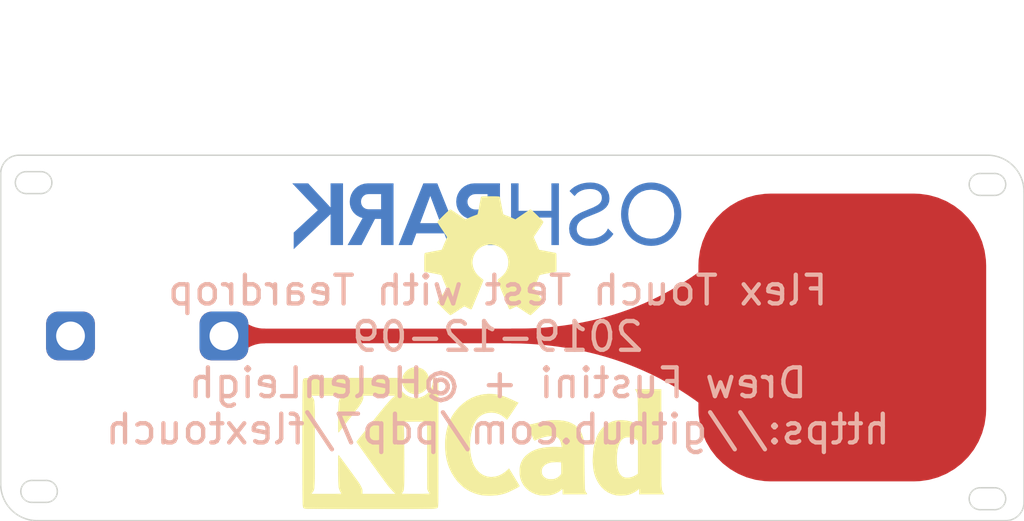
<source format=kicad_pcb>
(kicad_pcb (version 20171130) (host pcbnew 5.1.4-e60b266~84~ubuntu19.04.1)

  (general
    (thickness 1.6)
    (drawings 33)
    (tracks 2)
    (zones 0)
    (modules 7)
    (nets 3)
  )

  (page A4)
  (layers
    (0 F.Cu signal)
    (31 B.Cu signal)
    (32 B.Adhes user)
    (33 F.Adhes user)
    (34 B.Paste user)
    (35 F.Paste user)
    (36 B.SilkS user)
    (37 F.SilkS user)
    (38 B.Mask user)
    (39 F.Mask user)
    (40 Dwgs.User user)
    (41 Cmts.User user)
    (42 Eco1.User user)
    (43 Eco2.User user)
    (44 Edge.Cuts user)
    (45 Margin user)
    (46 B.CrtYd user hide)
    (47 F.CrtYd user hide)
    (48 B.Fab user hide)
    (49 F.Fab user hide)
  )

  (setup
    (last_trace_width 0.25)
    (trace_clearance 0.2)
    (zone_clearance 0.508)
    (zone_45_only no)
    (trace_min 0.2)
    (via_size 0.8)
    (via_drill 0.4)
    (via_min_size 0.4)
    (via_min_drill 0.3)
    (uvia_size 0.3)
    (uvia_drill 0.1)
    (uvias_allowed no)
    (uvia_min_size 0.2)
    (uvia_min_drill 0.1)
    (edge_width 0.05)
    (segment_width 0.2)
    (pcb_text_width 0.3)
    (pcb_text_size 1.5 1.5)
    (mod_edge_width 0.12)
    (mod_text_size 1 1)
    (mod_text_width 0.15)
    (pad_size 1.7 1.7)
    (pad_drill 1)
    (pad_to_mask_clearance 0.051)
    (solder_mask_min_width 0.25)
    (aux_axis_origin 0 0)
    (visible_elements FFFFFF7F)
    (pcbplotparams
      (layerselection 0x010fc_ffffffff)
      (usegerberextensions false)
      (usegerberattributes false)
      (usegerberadvancedattributes false)
      (creategerberjobfile false)
      (excludeedgelayer true)
      (linewidth 0.100000)
      (plotframeref false)
      (viasonmask false)
      (mode 1)
      (useauxorigin false)
      (hpglpennumber 1)
      (hpglpenspeed 20)
      (hpglpendiameter 15.000000)
      (psnegative false)
      (psa4output false)
      (plotreference true)
      (plotvalue true)
      (plotinvisibletext false)
      (padsonsilk false)
      (subtractmaskfromsilk false)
      (outputformat 1)
      (mirror false)
      (drillshape 1)
      (scaleselection 1)
      (outputdirectory ""))
  )

  (net 0 "")
  (net 1 "Net-(J1-Pad1)")
  (net 2 "Net-(J2-Pad1)")

  (net_class Default "This is the default net class."
    (clearance 0.2)
    (trace_width 0.25)
    (via_dia 0.8)
    (via_drill 0.4)
    (uvia_dia 0.3)
    (uvia_drill 0.1)
    (add_net "Net-(J1-Pad1)")
    (add_net "Net-(J2-Pad1)")
  )

  (module afterdark:osh-park-text-mask (layer B.Cu) (tedit 5DEE5F80) (tstamp 5DEEBB60)
    (at 122.301 44.3865 180)
    (descr "Imported from OSHPARK.svg")
    (tags svg2mod)
    (attr smd)
    (fp_text reference OSH_small (at 0 11.457835 180) (layer B.Mask) hide
      (effects (font (size 1.524 1.524) (thickness 0.3048)) (justify mirror))
    )
    (fp_text value G*** (at 0 -11.457835 180) (layer B.Mask) hide
      (effects (font (size 1.524 1.524) (thickness 0.3048)) (justify mirror))
    )
    (fp_poly (pts (xy -5.71389 -8.295375) (xy -5.71389 -8.046425) (xy -5.88469 -8.029425) (xy -6.03947 -7.980425)
      (xy -6.17614 -7.902625) (xy -6.29262 -7.799265) (xy -6.38682 -7.673515) (xy -6.45672 -7.528545)
      (xy -6.50022 -7.367545) (xy -6.51512 -7.193705) (xy -6.50022 -7.019865) (xy -6.45672 -6.858865)
      (xy -6.38682 -6.713895) (xy -6.29262 -6.588145) (xy -6.17614 -6.484785) (xy -6.03947 -6.406985)
      (xy -5.88469 -6.357985) (xy -5.71389 -6.340985) (xy -5.54238 -6.357985) (xy -5.38754 -6.406985)
      (xy -5.25128 -6.484785) (xy -5.13551 -6.588145) (xy -5.04211 -6.713895) (xy -4.97301 -6.858865)
      (xy -4.93021 -7.019865) (xy -4.91551 -7.193705) (xy -4.93021 -7.367545) (xy -4.97301 -7.528545)
      (xy -5.04211 -7.673515) (xy -5.13551 -7.799265) (xy -5.25128 -7.902625) (xy -5.38754 -7.980425)
      (xy -5.54238 -8.029425) (xy -5.71389 -8.046425) (xy -5.71389 -8.295375) (xy -5.60215 -8.289375)
      (xy -5.49471 -8.272675) (xy -5.39197 -8.245575) (xy -5.29437 -8.208575) (xy -5.20217 -8.162275)
      (xy -5.11587 -8.107175) (xy -5.03597 -8.043775) (xy -4.96277 -7.972775) (xy -4.89667 -7.894575)
      (xy -4.83807 -7.809775) (xy -4.78737 -7.718975) (xy -4.74497 -7.622675) (xy -4.71127 -7.521405)
      (xy -4.68667 -7.415745) (xy -4.67167 -7.306225) (xy -4.66667 -7.193415) (xy -4.67167 -7.080595)
      (xy -4.68667 -6.971085) (xy -4.71127 -6.865415) (xy -4.74497 -6.764145) (xy -4.78737 -6.667845)
      (xy -4.83807 -6.577045) (xy -4.89667 -6.492245) (xy -4.96277 -6.414045) (xy -5.03597 -6.342945)
      (xy -5.11587 -6.279545) (xy -5.20217 -6.224445) (xy -5.29437 -6.178145) (xy -5.39197 -6.141145)
      (xy -5.49471 -6.114045) (xy -5.60215 -6.097345) (xy -5.71389 -6.091345) (xy -5.82609 -6.097345)
      (xy -5.93388 -6.114045) (xy -6.03687 -6.141145) (xy -6.13467 -6.178145) (xy -6.22687 -6.224445)
      (xy -6.31307 -6.279545) (xy -6.39297 -6.342945) (xy -6.46607 -6.414045) (xy -6.53207 -6.492245)
      (xy -6.59047 -6.577045) (xy -6.64097 -6.667845) (xy -6.68317 -6.764145) (xy -6.71667 -6.865415)
      (xy -6.74107 -6.971085) (xy -6.75597 -7.080595) (xy -6.76097 -7.193415) (xy -6.75597 -7.306225)
      (xy -6.74107 -7.415745) (xy -6.71667 -7.521405) (xy -6.68317 -7.622675) (xy -6.64097 -7.718975)
      (xy -6.59047 -7.809775) (xy -6.53207 -7.894575) (xy -6.46607 -7.972775) (xy -6.39297 -8.043775)
      (xy -6.31307 -8.107175) (xy -6.22687 -8.162275) (xy -6.13467 -8.208575) (xy -6.03687 -8.245575)
      (xy -5.93388 -8.272675) (xy -5.82609 -8.289375) (xy -5.71389 -8.295375)) (layer F.Mask) (width 0))
    (fp_poly (pts (xy -3.5907 -8.295375) (xy -3.44187 -8.286375) (xy -3.30406 -8.258975) (xy -3.18001 -8.212975)
      (xy -3.07241 -8.147975) (xy -2.98401 -8.063675) (xy -2.91751 -7.959725) (xy -2.87561 -7.835805)
      (xy -2.86101 -7.691555) (xy -2.87691 -7.552235) (xy -2.92141 -7.434915) (xy -2.98981 -7.336615)
      (xy -3.07751 -7.254415) (xy -3.17982 -7.185415) (xy -3.29208 -7.126615) (xy -3.52784 -7.027715)
      (xy -3.70664 -6.955515) (xy -3.85727 -6.872815) (xy -3.91627 -6.823915) (xy -3.96127 -6.768115)
      (xy -3.98997 -6.703915) (xy -4.00007 -6.629915) (xy -3.99207 -6.554915) (xy -3.96807 -6.490615)
      (xy -3.93017 -6.436915) (xy -3.88027 -6.393515) (xy -3.82017 -6.360115) (xy -3.75177 -6.336615)
      (xy -3.67677 -6.322615) (xy -3.59697 -6.317615) (xy -3.50107 -6.322615) (xy -3.41297 -6.336315)
      (xy -3.33277 -6.358215) (xy -3.26037 -6.387715) (xy -3.19597 -6.424015) (xy -3.13947 -6.466415)
      (xy -3.05047 -6.566885) (xy -2.87592 -6.389475) (xy -2.93462 -6.327375) (xy -3.00322 -6.270575)
      (xy -3.08132 -6.219875) (xy -3.16862 -6.176275) (xy -3.26472 -6.140775) (xy -3.36936 -6.114275)
      (xy -3.48217 -6.097675) (xy -3.60284 -6.091675) (xy -3.73476 -6.100675) (xy -3.85823 -6.127675)
      (xy -3.97043 -6.172275) (xy -4.06853 -6.234275) (xy -4.14973 -6.313275) (xy -4.21123 -6.408975)
      (xy -4.25023 -6.521165) (xy -4.26383 -6.649475) (xy -4.24983 -6.769025) (xy -4.21043 -6.869725)
      (xy -4.14943 -6.954225) (xy -4.07063 -7.025125) (xy -3.97793 -7.085025) (xy -3.87509 -7.136525)
      (xy -3.6543 -7.224725) (xy -3.4565 -7.304325) (xy -3.3666 -7.348925) (xy -3.2866 -7.399625)
      (xy -3.2195 -7.458525) (xy -3.1682 -7.527725) (xy -3.1357 -7.609325) (xy -3.1249 -7.705425)
      (xy -3.1349 -7.789025) (xy -3.1618 -7.860025) (xy -3.2038 -7.918825) (xy -3.2593 -7.965825)
      (xy -3.3266 -8.001625) (xy -3.404 -8.026625) (xy -3.4899 -8.041225) (xy -3.5826 -8.046225)
      (xy -3.69075 -8.039225) (xy -3.79323 -8.020125) (xy -3.88863 -7.989225) (xy -3.97563 -7.947425)
      (xy -4.05283 -7.895625) (xy -4.11893 -7.834625) (xy -4.17243 -7.765125) (xy -4.21203 -7.688125)
      (xy -4.40088 -7.879845) (xy -4.33778 -7.967545) (xy -4.26108 -8.047345) (xy -4.17208 -8.118045)
      (xy -4.07218 -8.178545) (xy -3.96276 -8.227645) (xy -3.84518 -8.264145) (xy -3.72084 -8.286945)
      (xy -3.59109 -8.294945) (xy -3.5907 -8.295375)) (layer F.Mask) (width 0))
    (fp_poly (pts (xy -1.10433 -6.120635) (xy -1.10433 -7.076375) (xy -2.24607 -7.076375) (xy -2.24607 -6.120635)
      (xy -2.50646 -6.120635) (xy -2.50646 -8.266755) (xy -2.24607 -8.266755) (xy -2.24607 -7.311015)
      (xy -1.10433 -7.311015) (xy -1.10433 -8.266755) (xy -0.84394 -8.266755) (xy -0.84394 -6.120635)
      (xy -1.10433 -6.120635)) (layer F.Mask) (width 0))
    (fp_poly (pts (xy 0.42791 -6.120635) (xy -0.02711 -6.495535) (xy 0.38781 -6.495535) (xy 0.44521 -6.500535)
      (xy 0.49851 -6.515035) (xy 0.54661 -6.538335) (xy 0.58851 -6.569635) (xy 0.62301 -6.608335)
      (xy 0.64901 -6.653735) (xy 0.66541 -6.705135) (xy 0.67141 -6.761735) (xy 0.66541 -6.820135)
      (xy 0.64901 -6.872535) (xy 0.62301 -6.918535) (xy 0.58851 -6.957435) (xy 0.54661 -6.988635)
      (xy 0.49851 -7.011635) (xy 0.44521 -7.025835) (xy 0.38781 -7.030835) (xy 0.38781 -7.030635)
      (xy -0.02711 -7.030635) (xy -0.02711 -6.495535) (xy 0.42791 -6.120635) (xy -0.45915 -6.120635)
      (xy -0.45915 -8.266755) (xy -0.02707 -8.266755) (xy -0.02707 -7.382555) (xy 0.42791 -7.382555)
      (xy 0.5579 -7.370355) (xy 0.67807 -7.335055) (xy 0.78609 -7.278855) (xy 0.87969 -7.203855)
      (xy 0.95649 -7.112155) (xy 1.01419 -7.006005) (xy 1.05049 -6.887525) (xy 1.06309 -6.758845)
      (xy 1.05049 -6.630375) (xy 1.01419 -6.510655) (xy 0.95649 -6.402275) (xy 0.87969 -6.307775)
      (xy 0.78609 -6.229775) (xy 0.67807 -6.170875) (xy 0.5579 -6.133675) (xy 0.42791 -6.120675)
      (xy 0.42791 -6.120635)) (layer F.Mask) (width 0))
    (fp_poly (pts (xy 2.59844 -8.266755) (xy 1.96319 -6.558445) (xy 2.31515 -7.505595) (xy 1.60836 -7.505595)
      (xy 1.96319 -6.558445) (xy 2.59844 -8.266755) (xy 3.06487 -8.266755) (xy 2.20355 -6.120635)
      (xy 1.71996 -6.120635) (xy 0.85865 -8.266755) (xy 1.32508 -8.266755) (xy 1.47674 -7.860425)
      (xy 2.44678 -7.860425) (xy 2.59844 -8.266755)) (layer F.Mask) (width 0))
    (fp_poly (pts (xy 4.31659 -7.328185) (xy 4.11009 -7.022185) (xy 3.67228 -7.022185) (xy 3.67228 -6.495675)
      (xy 4.11009 -6.495675) (xy 4.16319 -6.500675) (xy 4.21239 -6.515675) (xy 4.25669 -6.539575)
      (xy 4.29509 -6.571375) (xy 4.32669 -6.610075) (xy 4.35039 -6.654875) (xy 4.36539 -6.704775)
      (xy 4.37039 -6.758775) (xy 4.36539 -6.812775) (xy 4.35069 -6.862675) (xy 4.32729 -6.907475)
      (xy 4.29609 -6.946175) (xy 4.25789 -6.977975) (xy 4.21359 -7.001875) (xy 4.16399 -7.016875)
      (xy 4.11009 -7.021875) (xy 4.11009 -7.022185) (xy 4.31659 -7.328185) (xy 4.41049 -7.296585)
      (xy 4.49619 -7.251785) (xy 4.57229 -7.194785) (xy 4.63749 -7.126585) (xy 4.69049 -7.048185)
      (xy 4.72989 -6.960585) (xy 4.75449 -6.864785) (xy 4.76249 -6.761805) (xy 4.74979 -6.631575)
      (xy 4.71319 -6.510755) (xy 4.65509 -6.401815) (xy 4.57799 -6.307215) (xy 4.48419 -6.229415)
      (xy 4.37621 -6.170715) (xy 4.25643 -6.133715) (xy 4.12726 -6.120815) (xy 3.2402 -6.120815)
      (xy 3.2402 -8.266935) (xy 3.67228 -8.266935) (xy 3.67228 -7.356985) (xy 3.88403 -7.356985)
      (xy 4.35332 -8.266935) (xy 4.83691 -8.266935) (xy 4.31612 -7.328365) (xy 4.31659 -7.328185)) (layer F.Mask) (width 0))
    (fp_poly (pts (xy 6.76111 -6.120635) (xy 6.20884 -6.120635) (xy 5.42765 -6.959055) (xy 5.42765 -6.120635)
      (xy 4.99557 -6.120635) (xy 4.99557 -8.266755) (xy 5.42765 -8.266755) (xy 5.42765 -7.193695)
      (xy 6.7096 -8.409835) (xy 6.7096 -7.831805) (xy 5.87118 -7.056345) (xy 6.76111 -6.120635)) (layer F.Mask) (width 0))
  )

  (module afterdark:osh-park-text (layer B.Cu) (tedit 5DEE5B90) (tstamp 5DEEBB76)
    (at 122.301 44.3865 180)
    (descr "Imported from OSHPARK.svg")
    (tags svg2mod)
    (attr smd)
    (fp_text reference OSH_small (at 0 11.457835) (layer B.Cu) hide
      (effects (font (size 1.524 1.524) (thickness 0.3048)) (justify mirror))
    )
    (fp_text value G*** (at 0 -11.457835) (layer B.Cu) hide
      (effects (font (size 1.524 1.524) (thickness 0.3048)) (justify mirror))
    )
    (fp_poly (pts (xy 6.76111 -6.120635) (xy 6.20884 -6.120635) (xy 5.42765 -6.959055) (xy 5.42765 -6.120635)
      (xy 4.99557 -6.120635) (xy 4.99557 -8.266755) (xy 5.42765 -8.266755) (xy 5.42765 -7.193695)
      (xy 6.7096 -8.409835) (xy 6.7096 -7.831805) (xy 5.87118 -7.056345) (xy 6.76111 -6.120635)) (layer B.Cu) (width 0))
    (fp_poly (pts (xy 4.31659 -7.328185) (xy 4.11009 -7.022185) (xy 3.67228 -7.022185) (xy 3.67228 -6.495675)
      (xy 4.11009 -6.495675) (xy 4.16319 -6.500675) (xy 4.21239 -6.515675) (xy 4.25669 -6.539575)
      (xy 4.29509 -6.571375) (xy 4.32669 -6.610075) (xy 4.35039 -6.654875) (xy 4.36539 -6.704775)
      (xy 4.37039 -6.758775) (xy 4.36539 -6.812775) (xy 4.35069 -6.862675) (xy 4.32729 -6.907475)
      (xy 4.29609 -6.946175) (xy 4.25789 -6.977975) (xy 4.21359 -7.001875) (xy 4.16399 -7.016875)
      (xy 4.11009 -7.021875) (xy 4.11009 -7.022185) (xy 4.31659 -7.328185) (xy 4.41049 -7.296585)
      (xy 4.49619 -7.251785) (xy 4.57229 -7.194785) (xy 4.63749 -7.126585) (xy 4.69049 -7.048185)
      (xy 4.72989 -6.960585) (xy 4.75449 -6.864785) (xy 4.76249 -6.761805) (xy 4.74979 -6.631575)
      (xy 4.71319 -6.510755) (xy 4.65509 -6.401815) (xy 4.57799 -6.307215) (xy 4.48419 -6.229415)
      (xy 4.37621 -6.170715) (xy 4.25643 -6.133715) (xy 4.12726 -6.120815) (xy 3.2402 -6.120815)
      (xy 3.2402 -8.266935) (xy 3.67228 -8.266935) (xy 3.67228 -7.356985) (xy 3.88403 -7.356985)
      (xy 4.35332 -8.266935) (xy 4.83691 -8.266935) (xy 4.31612 -7.328365) (xy 4.31659 -7.328185)) (layer B.Cu) (width 0))
    (fp_poly (pts (xy 2.59844 -8.266755) (xy 1.96319 -6.558445) (xy 2.31515 -7.505595) (xy 1.60836 -7.505595)
      (xy 1.96319 -6.558445) (xy 2.59844 -8.266755) (xy 3.06487 -8.266755) (xy 2.20355 -6.120635)
      (xy 1.71996 -6.120635) (xy 0.85865 -8.266755) (xy 1.32508 -8.266755) (xy 1.47674 -7.860425)
      (xy 2.44678 -7.860425) (xy 2.59844 -8.266755)) (layer B.Cu) (width 0))
    (fp_poly (pts (xy 0.42791 -6.120635) (xy -0.02711 -6.495535) (xy 0.38781 -6.495535) (xy 0.44521 -6.500535)
      (xy 0.49851 -6.515035) (xy 0.54661 -6.538335) (xy 0.58851 -6.569635) (xy 0.62301 -6.608335)
      (xy 0.64901 -6.653735) (xy 0.66541 -6.705135) (xy 0.67141 -6.761735) (xy 0.66541 -6.820135)
      (xy 0.64901 -6.872535) (xy 0.62301 -6.918535) (xy 0.58851 -6.957435) (xy 0.54661 -6.988635)
      (xy 0.49851 -7.011635) (xy 0.44521 -7.025835) (xy 0.38781 -7.030835) (xy 0.38781 -7.030635)
      (xy -0.02711 -7.030635) (xy -0.02711 -6.495535) (xy 0.42791 -6.120635) (xy -0.45915 -6.120635)
      (xy -0.45915 -8.266755) (xy -0.02707 -8.266755) (xy -0.02707 -7.382555) (xy 0.42791 -7.382555)
      (xy 0.5579 -7.370355) (xy 0.67807 -7.335055) (xy 0.78609 -7.278855) (xy 0.87969 -7.203855)
      (xy 0.95649 -7.112155) (xy 1.01419 -7.006005) (xy 1.05049 -6.887525) (xy 1.06309 -6.758845)
      (xy 1.05049 -6.630375) (xy 1.01419 -6.510655) (xy 0.95649 -6.402275) (xy 0.87969 -6.307775)
      (xy 0.78609 -6.229775) (xy 0.67807 -6.170875) (xy 0.5579 -6.133675) (xy 0.42791 -6.120675)
      (xy 0.42791 -6.120635)) (layer B.Cu) (width 0))
    (fp_poly (pts (xy -1.10433 -6.120635) (xy -1.10433 -7.076375) (xy -2.24607 -7.076375) (xy -2.24607 -6.120635)
      (xy -2.50646 -6.120635) (xy -2.50646 -8.266755) (xy -2.24607 -8.266755) (xy -2.24607 -7.311015)
      (xy -1.10433 -7.311015) (xy -1.10433 -8.266755) (xy -0.84394 -8.266755) (xy -0.84394 -6.120635)
      (xy -1.10433 -6.120635)) (layer B.Cu) (width 0))
    (fp_poly (pts (xy -3.5907 -8.295375) (xy -3.44187 -8.286375) (xy -3.30406 -8.258975) (xy -3.18001 -8.212975)
      (xy -3.07241 -8.147975) (xy -2.98401 -8.063675) (xy -2.91751 -7.959725) (xy -2.87561 -7.835805)
      (xy -2.86101 -7.691555) (xy -2.87691 -7.552235) (xy -2.92141 -7.434915) (xy -2.98981 -7.336615)
      (xy -3.07751 -7.254415) (xy -3.17982 -7.185415) (xy -3.29208 -7.126615) (xy -3.52784 -7.027715)
      (xy -3.70664 -6.955515) (xy -3.85727 -6.872815) (xy -3.91627 -6.823915) (xy -3.96127 -6.768115)
      (xy -3.98997 -6.703915) (xy -4.00007 -6.629915) (xy -3.99207 -6.554915) (xy -3.96807 -6.490615)
      (xy -3.93017 -6.436915) (xy -3.88027 -6.393515) (xy -3.82017 -6.360115) (xy -3.75177 -6.336615)
      (xy -3.67677 -6.322615) (xy -3.59697 -6.317615) (xy -3.50107 -6.322615) (xy -3.41297 -6.336315)
      (xy -3.33277 -6.358215) (xy -3.26037 -6.387715) (xy -3.19597 -6.424015) (xy -3.13947 -6.466415)
      (xy -3.05047 -6.566885) (xy -2.87592 -6.389475) (xy -2.93462 -6.327375) (xy -3.00322 -6.270575)
      (xy -3.08132 -6.219875) (xy -3.16862 -6.176275) (xy -3.26472 -6.140775) (xy -3.36936 -6.114275)
      (xy -3.48217 -6.097675) (xy -3.60284 -6.091675) (xy -3.73476 -6.100675) (xy -3.85823 -6.127675)
      (xy -3.97043 -6.172275) (xy -4.06853 -6.234275) (xy -4.14973 -6.313275) (xy -4.21123 -6.408975)
      (xy -4.25023 -6.521165) (xy -4.26383 -6.649475) (xy -4.24983 -6.769025) (xy -4.21043 -6.869725)
      (xy -4.14943 -6.954225) (xy -4.07063 -7.025125) (xy -3.97793 -7.085025) (xy -3.87509 -7.136525)
      (xy -3.6543 -7.224725) (xy -3.4565 -7.304325) (xy -3.3666 -7.348925) (xy -3.2866 -7.399625)
      (xy -3.2195 -7.458525) (xy -3.1682 -7.527725) (xy -3.1357 -7.609325) (xy -3.1249 -7.705425)
      (xy -3.1349 -7.789025) (xy -3.1618 -7.860025) (xy -3.2038 -7.918825) (xy -3.2593 -7.965825)
      (xy -3.3266 -8.001625) (xy -3.404 -8.026625) (xy -3.4899 -8.041225) (xy -3.5826 -8.046225)
      (xy -3.69075 -8.039225) (xy -3.79323 -8.020125) (xy -3.88863 -7.989225) (xy -3.97563 -7.947425)
      (xy -4.05283 -7.895625) (xy -4.11893 -7.834625) (xy -4.17243 -7.765125) (xy -4.21203 -7.688125)
      (xy -4.40088 -7.879845) (xy -4.33778 -7.967545) (xy -4.26108 -8.047345) (xy -4.17208 -8.118045)
      (xy -4.07218 -8.178545) (xy -3.96276 -8.227645) (xy -3.84518 -8.264145) (xy -3.72084 -8.286945)
      (xy -3.59109 -8.294945) (xy -3.5907 -8.295375)) (layer B.Cu) (width 0))
    (fp_poly (pts (xy -5.71389 -8.295375) (xy -5.71389 -8.046425) (xy -5.88469 -8.029425) (xy -6.03947 -7.980425)
      (xy -6.17614 -7.902625) (xy -6.29262 -7.799265) (xy -6.38682 -7.673515) (xy -6.45672 -7.528545)
      (xy -6.50022 -7.367545) (xy -6.51512 -7.193705) (xy -6.50022 -7.019865) (xy -6.45672 -6.858865)
      (xy -6.38682 -6.713895) (xy -6.29262 -6.588145) (xy -6.17614 -6.484785) (xy -6.03947 -6.406985)
      (xy -5.88469 -6.357985) (xy -5.71389 -6.340985) (xy -5.54238 -6.357985) (xy -5.38754 -6.406985)
      (xy -5.25128 -6.484785) (xy -5.13551 -6.588145) (xy -5.04211 -6.713895) (xy -4.97301 -6.858865)
      (xy -4.93021 -7.019865) (xy -4.91551 -7.193705) (xy -4.93021 -7.367545) (xy -4.97301 -7.528545)
      (xy -5.04211 -7.673515) (xy -5.13551 -7.799265) (xy -5.25128 -7.902625) (xy -5.38754 -7.980425)
      (xy -5.54238 -8.029425) (xy -5.71389 -8.046425) (xy -5.71389 -8.295375) (xy -5.60215 -8.289375)
      (xy -5.49471 -8.272675) (xy -5.39197 -8.245575) (xy -5.29437 -8.208575) (xy -5.20217 -8.162275)
      (xy -5.11587 -8.107175) (xy -5.03597 -8.043775) (xy -4.96277 -7.972775) (xy -4.89667 -7.894575)
      (xy -4.83807 -7.809775) (xy -4.78737 -7.718975) (xy -4.74497 -7.622675) (xy -4.71127 -7.521405)
      (xy -4.68667 -7.415745) (xy -4.67167 -7.306225) (xy -4.66667 -7.193415) (xy -4.67167 -7.080595)
      (xy -4.68667 -6.971085) (xy -4.71127 -6.865415) (xy -4.74497 -6.764145) (xy -4.78737 -6.667845)
      (xy -4.83807 -6.577045) (xy -4.89667 -6.492245) (xy -4.96277 -6.414045) (xy -5.03597 -6.342945)
      (xy -5.11587 -6.279545) (xy -5.20217 -6.224445) (xy -5.29437 -6.178145) (xy -5.39197 -6.141145)
      (xy -5.49471 -6.114045) (xy -5.60215 -6.097345) (xy -5.71389 -6.091345) (xy -5.82609 -6.097345)
      (xy -5.93388 -6.114045) (xy -6.03687 -6.141145) (xy -6.13467 -6.178145) (xy -6.22687 -6.224445)
      (xy -6.31307 -6.279545) (xy -6.39297 -6.342945) (xy -6.46607 -6.414045) (xy -6.53207 -6.492245)
      (xy -6.59047 -6.577045) (xy -6.64097 -6.667845) (xy -6.68317 -6.764145) (xy -6.71667 -6.865415)
      (xy -6.74107 -6.971085) (xy -6.75597 -7.080595) (xy -6.76097 -7.193415) (xy -6.75597 -7.306225)
      (xy -6.74107 -7.415745) (xy -6.71667 -7.521405) (xy -6.68317 -7.622675) (xy -6.64097 -7.718975)
      (xy -6.59047 -7.809775) (xy -6.53207 -7.894575) (xy -6.46607 -7.972775) (xy -6.39297 -8.043775)
      (xy -6.31307 -8.107175) (xy -6.22687 -8.162275) (xy -6.13467 -8.208575) (xy -6.03687 -8.245575)
      (xy -5.93388 -8.272675) (xy -5.82609 -8.289375) (xy -5.71389 -8.295375)) (layer B.Cu) (width 0))
  )

  (module Symbol:KiCad-Logo_5mm_SilkScreen (layer F.Cu) (tedit 0) (tstamp 5DEE69E8)
    (at 122.174 59.8805)
    (descr "KiCad Logo")
    (tags "Logo KiCad")
    (attr virtual)
    (fp_text reference REF** (at 0 -5.08) (layer F.SilkS) hide
      (effects (font (size 1 1) (thickness 0.15)))
    )
    (fp_text value KiCad-Logo_5mm_SilkScreen (at 0 3.81) (layer F.Fab) hide
      (effects (font (size 1 1) (thickness 0.15)))
    )
    (fp_poly (pts (xy -2.273043 -2.973429) (xy -2.176768 -2.949191) (xy -2.090184 -2.906359) (xy -2.015373 -2.846581)
      (xy -1.954418 -2.771506) (xy -1.909399 -2.68278) (xy -1.883136 -2.58647) (xy -1.877286 -2.489205)
      (xy -1.89214 -2.395346) (xy -1.92584 -2.307489) (xy -1.976528 -2.22823) (xy -2.042345 -2.160164)
      (xy -2.121434 -2.105888) (xy -2.211934 -2.067998) (xy -2.2632 -2.055574) (xy -2.307698 -2.048053)
      (xy -2.341999 -2.045081) (xy -2.37496 -2.046906) (xy -2.415434 -2.053775) (xy -2.448531 -2.06075)
      (xy -2.541947 -2.092259) (xy -2.625619 -2.143383) (xy -2.697665 -2.212571) (xy -2.7562 -2.298272)
      (xy -2.770148 -2.325511) (xy -2.786586 -2.361878) (xy -2.796894 -2.392418) (xy -2.80246 -2.42455)
      (xy -2.804669 -2.465693) (xy -2.804948 -2.511778) (xy -2.800861 -2.596135) (xy -2.787446 -2.665414)
      (xy -2.762256 -2.726039) (xy -2.722846 -2.784433) (xy -2.684298 -2.828698) (xy -2.612406 -2.894516)
      (xy -2.537313 -2.939947) (xy -2.454562 -2.96715) (xy -2.376928 -2.977424) (xy -2.273043 -2.973429)) (layer F.SilkS) (width 0.01))
    (fp_poly (pts (xy 6.186507 -0.527755) (xy 6.186526 -0.293338) (xy 6.186552 -0.080397) (xy 6.186625 0.112168)
      (xy 6.186782 0.285459) (xy 6.187064 0.440576) (xy 6.187509 0.57862) (xy 6.188156 0.700692)
      (xy 6.189045 0.807894) (xy 6.190213 0.901326) (xy 6.191701 0.98209) (xy 6.193546 1.051286)
      (xy 6.195789 1.110015) (xy 6.198469 1.159379) (xy 6.201623 1.200478) (xy 6.205292 1.234413)
      (xy 6.209513 1.262286) (xy 6.214327 1.285198) (xy 6.219773 1.304249) (xy 6.225888 1.32054)
      (xy 6.232712 1.335173) (xy 6.240285 1.349249) (xy 6.248645 1.363868) (xy 6.253839 1.372974)
      (xy 6.288104 1.433689) (xy 5.429955 1.433689) (xy 5.429955 1.337733) (xy 5.429224 1.29437)
      (xy 5.427272 1.261205) (xy 5.424463 1.243424) (xy 5.423221 1.241778) (xy 5.411799 1.248662)
      (xy 5.389084 1.266505) (xy 5.366385 1.285879) (xy 5.3118 1.326614) (xy 5.242321 1.367617)
      (xy 5.16527 1.405123) (xy 5.087965 1.435364) (xy 5.057113 1.445012) (xy 4.988616 1.459578)
      (xy 4.905764 1.469539) (xy 4.816371 1.474583) (xy 4.728248 1.474396) (xy 4.649207 1.468666)
      (xy 4.611511 1.462858) (xy 4.473414 1.424797) (xy 4.346113 1.367073) (xy 4.230292 1.290211)
      (xy 4.126637 1.194739) (xy 4.035833 1.081179) (xy 3.969031 0.970381) (xy 3.914164 0.853625)
      (xy 3.872163 0.734276) (xy 3.842167 0.608283) (xy 3.823311 0.471594) (xy 3.814732 0.320158)
      (xy 3.814006 0.242711) (xy 3.8161 0.185934) (xy 4.645217 0.185934) (xy 4.645424 0.279002)
      (xy 4.648337 0.366692) (xy 4.654 0.443772) (xy 4.662455 0.505009) (xy 4.665038 0.51735)
      (xy 4.69684 0.624633) (xy 4.738498 0.711658) (xy 4.790363 0.778642) (xy 4.852781 0.825805)
      (xy 4.9261 0.853365) (xy 5.010669 0.861541) (xy 5.106835 0.850551) (xy 5.170311 0.834829)
      (xy 5.219454 0.816639) (xy 5.273583 0.790791) (xy 5.314244 0.767089) (xy 5.3848 0.720721)
      (xy 5.3848 -0.42947) (xy 5.317392 -0.473038) (xy 5.238867 -0.51396) (xy 5.154681 -0.540611)
      (xy 5.069557 -0.552535) (xy 4.988216 -0.549278) (xy 4.91538 -0.530385) (xy 4.883426 -0.514816)
      (xy 4.825501 -0.471819) (xy 4.776544 -0.415047) (xy 4.73539 -0.342425) (xy 4.700874 -0.251879)
      (xy 4.671833 -0.141334) (xy 4.670552 -0.135467) (xy 4.660381 -0.073212) (xy 4.652739 0.004594)
      (xy 4.64767 0.09272) (xy 4.645217 0.185934) (xy 3.8161 0.185934) (xy 3.821857 0.029895)
      (xy 3.843802 -0.165941) (xy 3.879786 -0.344668) (xy 3.929759 -0.506155) (xy 3.993668 -0.650274)
      (xy 4.071462 -0.776894) (xy 4.163089 -0.885885) (xy 4.268497 -0.977117) (xy 4.313662 -1.008068)
      (xy 4.414611 -1.064215) (xy 4.517901 -1.103826) (xy 4.627989 -1.127986) (xy 4.74933 -1.137781)
      (xy 4.841836 -1.136735) (xy 4.97149 -1.125769) (xy 5.084084 -1.103954) (xy 5.182875 -1.070286)
      (xy 5.271121 -1.023764) (xy 5.319986 -0.989552) (xy 5.349353 -0.967638) (xy 5.371043 -0.952667)
      (xy 5.379253 -0.948267) (xy 5.380868 -0.959096) (xy 5.382159 -0.989749) (xy 5.383138 -1.037474)
      (xy 5.383817 -1.099521) (xy 5.38421 -1.173138) (xy 5.38433 -1.255573) (xy 5.384188 -1.344075)
      (xy 5.383797 -1.435893) (xy 5.383171 -1.528276) (xy 5.38232 -1.618472) (xy 5.38126 -1.703729)
      (xy 5.380001 -1.781297) (xy 5.378556 -1.848424) (xy 5.376938 -1.902359) (xy 5.375161 -1.94035)
      (xy 5.374669 -1.947333) (xy 5.367092 -2.017749) (xy 5.355531 -2.072898) (xy 5.337792 -2.120019)
      (xy 5.311682 -2.166353) (xy 5.305415 -2.175933) (xy 5.280983 -2.212622) (xy 6.186311 -2.212622)
      (xy 6.186507 -0.527755)) (layer F.SilkS) (width 0.01))
    (fp_poly (pts (xy 2.673574 -1.133448) (xy 2.825492 -1.113433) (xy 2.960756 -1.079798) (xy 3.080239 -1.032275)
      (xy 3.184815 -0.970595) (xy 3.262424 -0.907035) (xy 3.331265 -0.832901) (xy 3.385006 -0.753129)
      (xy 3.42791 -0.660909) (xy 3.443384 -0.617839) (xy 3.456244 -0.578858) (xy 3.467446 -0.542711)
      (xy 3.47712 -0.507566) (xy 3.485396 -0.47159) (xy 3.492403 -0.43295) (xy 3.498272 -0.389815)
      (xy 3.503131 -0.340351) (xy 3.50711 -0.282727) (xy 3.51034 -0.215109) (xy 3.512949 -0.135666)
      (xy 3.515067 -0.042564) (xy 3.516824 0.066027) (xy 3.518349 0.191942) (xy 3.519772 0.337012)
      (xy 3.521025 0.479778) (xy 3.522351 0.635968) (xy 3.523556 0.771239) (xy 3.524766 0.887246)
      (xy 3.526106 0.985645) (xy 3.5277 1.068093) (xy 3.529675 1.136246) (xy 3.532156 1.19176)
      (xy 3.535269 1.236292) (xy 3.539138 1.271498) (xy 3.543889 1.299034) (xy 3.549648 1.320556)
      (xy 3.556539 1.337722) (xy 3.564689 1.352186) (xy 3.574223 1.365606) (xy 3.585266 1.379638)
      (xy 3.589566 1.385071) (xy 3.605386 1.40791) (xy 3.612422 1.423463) (xy 3.612444 1.423922)
      (xy 3.601567 1.426121) (xy 3.570582 1.428147) (xy 3.521957 1.429942) (xy 3.458163 1.431451)
      (xy 3.381669 1.432616) (xy 3.294944 1.43338) (xy 3.200457 1.433686) (xy 3.18955 1.433689)
      (xy 2.766657 1.433689) (xy 2.763395 1.337622) (xy 2.760133 1.241556) (xy 2.698044 1.292543)
      (xy 2.600714 1.360057) (xy 2.490813 1.414749) (xy 2.404349 1.444978) (xy 2.335278 1.459666)
      (xy 2.251925 1.469659) (xy 2.162159 1.474646) (xy 2.073845 1.474313) (xy 1.994851 1.468351)
      (xy 1.958622 1.462638) (xy 1.818603 1.424776) (xy 1.692178 1.369932) (xy 1.58026 1.298924)
      (xy 1.483762 1.212568) (xy 1.4036 1.111679) (xy 1.340687 0.997076) (xy 1.296312 0.870984)
      (xy 1.283978 0.814401) (xy 1.276368 0.752202) (xy 1.272739 0.677363) (xy 1.272245 0.643467)
      (xy 1.27231 0.640282) (xy 2.032248 0.640282) (xy 2.041541 0.715333) (xy 2.069728 0.77916)
      (xy 2.118197 0.834798) (xy 2.123254 0.839211) (xy 2.171548 0.874037) (xy 2.223257 0.89662)
      (xy 2.283989 0.90854) (xy 2.359352 0.911383) (xy 2.377459 0.910978) (xy 2.431278 0.908325)
      (xy 2.471308 0.902909) (xy 2.506324 0.892745) (xy 2.545103 0.87585) (xy 2.555745 0.870672)
      (xy 2.616396 0.834844) (xy 2.663215 0.792212) (xy 2.675952 0.776973) (xy 2.720622 0.720462)
      (xy 2.720622 0.524586) (xy 2.720086 0.445939) (xy 2.718396 0.387988) (xy 2.715428 0.348875)
      (xy 2.711057 0.326741) (xy 2.706972 0.320274) (xy 2.691047 0.317111) (xy 2.657264 0.314488)
      (xy 2.61034 0.312655) (xy 2.554993 0.311857) (xy 2.546106 0.311842) (xy 2.42533 0.317096)
      (xy 2.32266 0.333263) (xy 2.236106 0.360961) (xy 2.163681 0.400808) (xy 2.108751 0.447758)
      (xy 2.064204 0.505645) (xy 2.03948 0.568693) (xy 2.032248 0.640282) (xy 1.27231 0.640282)
      (xy 1.274178 0.549712) (xy 1.282522 0.470812) (xy 1.298768 0.39959) (xy 1.324405 0.328864)
      (xy 1.348401 0.276493) (xy 1.40702 0.181196) (xy 1.485117 0.09317) (xy 1.580315 0.014017)
      (xy 1.690238 -0.05466) (xy 1.81251 -0.111259) (xy 1.944755 -0.154179) (xy 2.009422 -0.169118)
      (xy 2.145604 -0.191223) (xy 2.294049 -0.205806) (xy 2.445505 -0.212187) (xy 2.572064 -0.210555)
      (xy 2.73395 -0.203776) (xy 2.72653 -0.262755) (xy 2.707238 -0.361908) (xy 2.676104 -0.442628)
      (xy 2.632269 -0.505534) (xy 2.574871 -0.551244) (xy 2.503048 -0.580378) (xy 2.415941 -0.593553)
      (xy 2.312686 -0.591389) (xy 2.274711 -0.587388) (xy 2.13352 -0.56222) (xy 1.996707 -0.521186)
      (xy 1.902178 -0.483185) (xy 1.857018 -0.46381) (xy 1.818585 -0.44824) (xy 1.792234 -0.438595)
      (xy 1.784546 -0.436548) (xy 1.774802 -0.445626) (xy 1.758083 -0.474595) (xy 1.734232 -0.523783)
      (xy 1.703093 -0.593516) (xy 1.664507 -0.684121) (xy 1.65791 -0.699911) (xy 1.627853 -0.772228)
      (xy 1.600874 -0.837575) (xy 1.578136 -0.893094) (xy 1.560806 -0.935928) (xy 1.550048 -0.963219)
      (xy 1.546941 -0.972058) (xy 1.55694 -0.976813) (xy 1.583217 -0.98209) (xy 1.611489 -0.985769)
      (xy 1.641646 -0.990526) (xy 1.689433 -0.999972) (xy 1.750612 -1.01318) (xy 1.820946 -1.029224)
      (xy 1.896194 -1.04718) (xy 1.924755 -1.054203) (xy 2.029816 -1.079791) (xy 2.11748 -1.099853)
      (xy 2.192068 -1.115031) (xy 2.257903 -1.125965) (xy 2.319307 -1.133296) (xy 2.380602 -1.137665)
      (xy 2.44611 -1.139713) (xy 2.504128 -1.140111) (xy 2.673574 -1.133448)) (layer F.SilkS) (width 0.01))
    (fp_poly (pts (xy 0.328429 -2.050929) (xy 0.48857 -2.029755) (xy 0.65251 -1.989615) (xy 0.822313 -1.930111)
      (xy 1.000043 -1.850846) (xy 1.01131 -1.845301) (xy 1.069005 -1.817275) (xy 1.120552 -1.793198)
      (xy 1.162191 -1.774751) (xy 1.190162 -1.763614) (xy 1.199733 -1.761067) (xy 1.21895 -1.756059)
      (xy 1.223561 -1.751853) (xy 1.218458 -1.74142) (xy 1.202418 -1.715132) (xy 1.177288 -1.675743)
      (xy 1.144914 -1.626009) (xy 1.107143 -1.568685) (xy 1.065822 -1.506524) (xy 1.022798 -1.442282)
      (xy 0.979917 -1.378715) (xy 0.939026 -1.318575) (xy 0.901971 -1.26462) (xy 0.8706 -1.219603)
      (xy 0.846759 -1.186279) (xy 0.832294 -1.167403) (xy 0.830309 -1.165213) (xy 0.820191 -1.169862)
      (xy 0.79785 -1.187038) (xy 0.76728 -1.21356) (xy 0.751536 -1.228036) (xy 0.655047 -1.303318)
      (xy 0.548336 -1.358759) (xy 0.432832 -1.393859) (xy 0.309962 -1.40812) (xy 0.240561 -1.406949)
      (xy 0.119423 -1.389788) (xy 0.010205 -1.353906) (xy -0.087418 -1.299041) (xy -0.173772 -1.22493)
      (xy -0.249185 -1.131312) (xy -0.313982 -1.017924) (xy -0.351399 -0.931333) (xy -0.395252 -0.795634)
      (xy -0.427572 -0.64815) (xy -0.448443 -0.492686) (xy -0.457949 -0.333044) (xy -0.456173 -0.173027)
      (xy -0.443197 -0.016439) (xy -0.419106 0.132918) (xy -0.383982 0.27124) (xy -0.337908 0.394724)
      (xy -0.321627 0.428978) (xy -0.25338 0.543064) (xy -0.172921 0.639557) (xy -0.08143 0.71767)
      (xy 0.019911 0.776617) (xy 0.12992 0.815612) (xy 0.247415 0.833868) (xy 0.288883 0.835211)
      (xy 0.410441 0.82429) (xy 0.530878 0.791474) (xy 0.648666 0.737439) (xy 0.762277 0.662865)
      (xy 0.853685 0.584539) (xy 0.900215 0.540008) (xy 1.081483 0.837271) (xy 1.12658 0.911433)
      (xy 1.167819 0.979646) (xy 1.203735 1.039459) (xy 1.232866 1.08842) (xy 1.25375 1.124079)
      (xy 1.264924 1.143984) (xy 1.266375 1.147079) (xy 1.258146 1.156718) (xy 1.232567 1.173999)
      (xy 1.192873 1.197283) (xy 1.142297 1.224934) (xy 1.084074 1.255315) (xy 1.021437 1.28679)
      (xy 0.957621 1.317722) (xy 0.89586 1.346473) (xy 0.839388 1.371408) (xy 0.791438 1.390889)
      (xy 0.767986 1.399318) (xy 0.634221 1.437133) (xy 0.496327 1.462136) (xy 0.348622 1.47514)
      (xy 0.221833 1.477468) (xy 0.153878 1.476373) (xy 0.088277 1.474275) (xy 0.030847 1.471434)
      (xy -0.012597 1.468106) (xy -0.026702 1.466422) (xy -0.165716 1.437587) (xy -0.307243 1.392468)
      (xy -0.444725 1.33375) (xy -0.571606 1.26412) (xy -0.649111 1.211441) (xy -0.776519 1.103239)
      (xy -0.894822 0.976671) (xy -1.001828 0.834866) (xy -1.095348 0.680951) (xy -1.17319 0.518053)
      (xy -1.217044 0.400756) (xy -1.267292 0.217128) (xy -1.300791 0.022581) (xy -1.317551 -0.178675)
      (xy -1.317584 -0.382432) (xy -1.300899 -0.584479) (xy -1.267507 -0.780608) (xy -1.21742 -0.966609)
      (xy -1.213603 -0.978197) (xy -1.150719 -1.14025) (xy -1.073972 -1.288168) (xy -0.980758 -1.426135)
      (xy -0.868473 -1.558339) (xy -0.824608 -1.603601) (xy -0.688466 -1.727543) (xy -0.548509 -1.830085)
      (xy -0.402589 -1.912344) (xy -0.248558 -1.975436) (xy -0.084268 -2.020477) (xy 0.011289 -2.037967)
      (xy 0.170023 -2.053534) (xy 0.328429 -2.050929)) (layer F.SilkS) (width 0.01))
    (fp_poly (pts (xy -2.9464 -2.510946) (xy -2.935535 -2.397007) (xy -2.903918 -2.289384) (xy -2.853015 -2.190385)
      (xy -2.784293 -2.102316) (xy -2.699219 -2.027484) (xy -2.602232 -1.969616) (xy -2.495964 -1.929995)
      (xy -2.38895 -1.911427) (xy -2.2833 -1.912566) (xy -2.181125 -1.93207) (xy -2.084534 -1.968594)
      (xy -1.995638 -2.020795) (xy -1.916546 -2.087327) (xy -1.849369 -2.166848) (xy -1.796217 -2.258013)
      (xy -1.759199 -2.359477) (xy -1.740427 -2.469898) (xy -1.738489 -2.519794) (xy -1.738489 -2.607733)
      (xy -1.68656 -2.607733) (xy -1.650253 -2.604889) (xy -1.623355 -2.593089) (xy -1.596249 -2.569351)
      (xy -1.557867 -2.530969) (xy -1.557867 -0.339398) (xy -1.557876 -0.077261) (xy -1.557908 0.163241)
      (xy -1.557972 0.383048) (xy -1.558076 0.583101) (xy -1.558227 0.764344) (xy -1.558434 0.927716)
      (xy -1.558706 1.07416) (xy -1.55905 1.204617) (xy -1.559474 1.320029) (xy -1.559987 1.421338)
      (xy -1.560597 1.509484) (xy -1.561312 1.58541) (xy -1.56214 1.650057) (xy -1.563089 1.704367)
      (xy -1.564167 1.74928) (xy -1.565383 1.78574) (xy -1.566745 1.814687) (xy -1.568261 1.837063)
      (xy -1.569938 1.853809) (xy -1.571786 1.865868) (xy -1.573813 1.87418) (xy -1.576025 1.879687)
      (xy -1.577108 1.881537) (xy -1.581271 1.888549) (xy -1.584805 1.894996) (xy -1.588635 1.9009)
      (xy -1.593682 1.906286) (xy -1.600871 1.911178) (xy -1.611123 1.915598) (xy -1.625364 1.919572)
      (xy -1.644514 1.923121) (xy -1.669499 1.92627) (xy -1.70124 1.929042) (xy -1.740662 1.931461)
      (xy -1.788686 1.933551) (xy -1.846237 1.935335) (xy -1.914237 1.936837) (xy -1.99361 1.93808)
      (xy -2.085279 1.939089) (xy -2.190166 1.939885) (xy -2.309196 1.940494) (xy -2.44329 1.940939)
      (xy -2.593373 1.941243) (xy -2.760367 1.94143) (xy -2.945196 1.941524) (xy -3.148783 1.941548)
      (xy -3.37205 1.941525) (xy -3.615922 1.94148) (xy -3.881321 1.941437) (xy -3.919704 1.941432)
      (xy -4.186682 1.941389) (xy -4.432002 1.941318) (xy -4.656583 1.941213) (xy -4.861345 1.941066)
      (xy -5.047206 1.940869) (xy -5.215088 1.940616) (xy -5.365908 1.9403) (xy -5.500587 1.939913)
      (xy -5.620044 1.939447) (xy -5.725199 1.938897) (xy -5.816971 1.938253) (xy -5.896279 1.937511)
      (xy -5.964043 1.936661) (xy -6.021182 1.935697) (xy -6.068617 1.934611) (xy -6.107266 1.933397)
      (xy -6.138049 1.932047) (xy -6.161885 1.930555) (xy -6.179694 1.928911) (xy -6.192395 1.927111)
      (xy -6.200908 1.925145) (xy -6.205266 1.923477) (xy -6.213728 1.919906) (xy -6.221497 1.91727)
      (xy -6.228602 1.914634) (xy -6.235073 1.911062) (xy -6.240939 1.905621) (xy -6.246229 1.897375)
      (xy -6.250974 1.88539) (xy -6.255202 1.868731) (xy -6.258943 1.846463) (xy -6.262227 1.817652)
      (xy -6.265083 1.781363) (xy -6.26754 1.736661) (xy -6.269629 1.682611) (xy -6.271378 1.618279)
      (xy -6.272817 1.54273) (xy -6.273976 1.45503) (xy -6.274883 1.354243) (xy -6.275569 1.239434)
      (xy -6.276063 1.10967) (xy -6.276395 0.964015) (xy -6.276593 0.801535) (xy -6.276687 0.621295)
      (xy -6.276708 0.42236) (xy -6.276685 0.203796) (xy -6.276646 -0.035332) (xy -6.276622 -0.29596)
      (xy -6.276622 -0.338111) (xy -6.276636 -0.601008) (xy -6.276661 -0.842268) (xy -6.276671 -1.062835)
      (xy -6.276642 -1.263648) (xy -6.276548 -1.445651) (xy -6.276362 -1.609784) (xy -6.276059 -1.756989)
      (xy -6.275614 -1.888208) (xy -6.275034 -1.998133) (xy -5.972197 -1.998133) (xy -5.932407 -1.940289)
      (xy -5.921236 -1.924521) (xy -5.911166 -1.910559) (xy -5.902138 -1.897216) (xy -5.894097 -1.883307)
      (xy -5.886986 -1.867644) (xy -5.880747 -1.849042) (xy -5.875325 -1.826314) (xy -5.870662 -1.798273)
      (xy -5.866701 -1.763733) (xy -5.863385 -1.721508) (xy -5.860659 -1.670411) (xy -5.858464 -1.609256)
      (xy -5.856745 -1.536856) (xy -5.855444 -1.452025) (xy -5.854505 -1.353578) (xy -5.85387 -1.240326)
      (xy -5.853484 -1.111084) (xy -5.853288 -0.964666) (xy -5.853227 -0.799884) (xy -5.853243 -0.615553)
      (xy -5.85328 -0.410487) (xy -5.853289 -0.287867) (xy -5.853265 -0.070918) (xy -5.853231 0.124642)
      (xy -5.853243 0.299999) (xy -5.853358 0.456341) (xy -5.85363 0.594857) (xy -5.854118 0.716734)
      (xy -5.854876 0.82316) (xy -5.855962 0.915322) (xy -5.857431 0.994409) (xy -5.85934 1.061608)
      (xy -5.861744 1.118107) (xy -5.864701 1.165093) (xy -5.868266 1.203755) (xy -5.872495 1.23528)
      (xy -5.877446 1.260855) (xy -5.883173 1.28167) (xy -5.889733 1.298911) (xy -5.897183 1.313765)
      (xy -5.905579 1.327422) (xy -5.914976 1.341069) (xy -5.925432 1.355893) (xy -5.931523 1.364783)
      (xy -5.970296 1.4224) (xy -5.438732 1.4224) (xy -5.315483 1.422365) (xy -5.212987 1.422215)
      (xy -5.12942 1.421878) (xy -5.062956 1.421286) (xy -5.011771 1.420367) (xy -4.974041 1.419051)
      (xy -4.94794 1.417269) (xy -4.931644 1.414951) (xy -4.923328 1.412026) (xy -4.921168 1.408424)
      (xy -4.923339 1.404075) (xy -4.924535 1.402645) (xy -4.949685 1.365573) (xy -4.975583 1.312772)
      (xy -4.999192 1.25077) (xy -5.007461 1.224357) (xy -5.012078 1.206416) (xy -5.015979 1.185355)
      (xy -5.019248 1.159089) (xy -5.021966 1.125532) (xy -5.024215 1.082599) (xy -5.026077 1.028204)
      (xy -5.027636 0.960262) (xy -5.028972 0.876688) (xy -5.030169 0.775395) (xy -5.031308 0.6543)
      (xy -5.031685 0.6096) (xy -5.032702 0.484449) (xy -5.03346 0.380082) (xy -5.033903 0.294707)
      (xy -5.03397 0.226533) (xy -5.033605 0.173765) (xy -5.032748 0.134614) (xy -5.031341 0.107285)
      (xy -5.029325 0.089986) (xy -5.026643 0.080926) (xy -5.023236 0.078312) (xy -5.019044 0.080351)
      (xy -5.014571 0.084667) (xy -5.004216 0.097602) (xy -4.982158 0.126676) (xy -4.949957 0.169759)
      (xy -4.909174 0.224718) (xy -4.86137 0.289423) (xy -4.808105 0.361742) (xy -4.75094 0.439544)
      (xy -4.691437 0.520698) (xy -4.631155 0.603072) (xy -4.571655 0.684536) (xy -4.514498 0.762957)
      (xy -4.461245 0.836204) (xy -4.413457 0.902147) (xy -4.372693 0.958654) (xy -4.340516 1.003593)
      (xy -4.318485 1.034834) (xy -4.313917 1.041466) (xy -4.290996 1.078369) (xy -4.264188 1.126359)
      (xy -4.238789 1.175897) (xy -4.235568 1.182577) (xy -4.21389 1.230772) (xy -4.201304 1.268334)
      (xy -4.195574 1.30416) (xy -4.194456 1.3462) (xy -4.19509 1.4224) (xy -3.040651 1.4224)
      (xy -3.131815 1.328669) (xy -3.178612 1.278775) (xy -3.228899 1.222295) (xy -3.274944 1.168026)
      (xy -3.295369 1.142673) (xy -3.325807 1.103128) (xy -3.365862 1.049916) (xy -3.414361 0.984667)
      (xy -3.470135 0.909011) (xy -3.532011 0.824577) (xy -3.598819 0.732994) (xy -3.669387 0.635892)
      (xy -3.742545 0.534901) (xy -3.817121 0.43165) (xy -3.891944 0.327768) (xy -3.965843 0.224885)
      (xy -4.037646 0.124631) (xy -4.106184 0.028636) (xy -4.170284 -0.061473) (xy -4.228775 -0.144064)
      (xy -4.280486 -0.217508) (xy -4.324247 -0.280176) (xy -4.358885 -0.330439) (xy -4.38323 -0.366666)
      (xy -4.396111 -0.387229) (xy -4.397869 -0.391332) (xy -4.38991 -0.402658) (xy -4.369115 -0.429838)
      (xy -4.336847 -0.471171) (xy -4.29447 -0.524956) (xy -4.243347 -0.589494) (xy -4.184841 -0.663082)
      (xy -4.120314 -0.744022) (xy -4.051131 -0.830612) (xy -3.978653 -0.921152) (xy -3.904246 -1.01394)
      (xy -3.844517 -1.088298) (xy -2.833511 -1.088298) (xy -2.827602 -1.075341) (xy -2.813272 -1.053092)
      (xy -2.812225 -1.051609) (xy -2.793438 -1.021456) (xy -2.773791 -0.984625) (xy -2.769892 -0.976489)
      (xy -2.766356 -0.96806) (xy -2.76323 -0.957941) (xy -2.760486 -0.94474) (xy -2.758092 -0.927062)
      (xy -2.756019 -0.903516) (xy -2.754235 -0.872707) (xy -2.752712 -0.833243) (xy -2.751419 -0.783731)
      (xy -2.750326 -0.722777) (xy -2.749403 -0.648989) (xy -2.748619 -0.560972) (xy -2.747945 -0.457335)
      (xy -2.74735 -0.336684) (xy -2.746805 -0.197626) (xy -2.746279 -0.038768) (xy -2.745745 0.140089)
      (xy -2.745206 0.325207) (xy -2.744772 0.489145) (xy -2.744509 0.633303) (xy -2.744484 0.759079)
      (xy -2.744765 0.867871) (xy -2.745419 0.961077) (xy -2.746514 1.040097) (xy -2.748118 1.106328)
      (xy -2.750297 1.16117) (xy -2.753119 1.206021) (xy -2.756651 1.242278) (xy -2.760961 1.271341)
      (xy -2.766117 1.294609) (xy -2.772185 1.313479) (xy -2.779233 1.329351) (xy -2.787329 1.343622)
      (xy -2.79654 1.357691) (xy -2.80504 1.370158) (xy -2.822176 1.396452) (xy -2.832322 1.414037)
      (xy -2.833511 1.417257) (xy -2.822604 1.418334) (xy -2.791411 1.419335) (xy -2.742223 1.420235)
      (xy -2.677333 1.42101) (xy -2.59903 1.421637) (xy -2.509607 1.422091) (xy -2.411356 1.422349)
      (xy -2.342445 1.4224) (xy -2.237452 1.42218) (xy -2.14061 1.421548) (xy -2.054107 1.420549)
      (xy -1.980132 1.419227) (xy -1.920874 1.417626) (xy -1.87852 1.415791) (xy -1.85526 1.413765)
      (xy -1.851378 1.412493) (xy -1.859076 1.397591) (xy -1.867074 1.38956) (xy -1.880246 1.372434)
      (xy -1.897485 1.342183) (xy -1.909407 1.317622) (xy -1.936045 1.258711) (xy -1.93912 0.081845)
      (xy -1.942195 -1.095022) (xy -2.387853 -1.095022) (xy -2.48567 -1.094858) (xy -2.576064 -1.094389)
      (xy -2.65663 -1.093653) (xy -2.724962 -1.092684) (xy -2.778656 -1.09152) (xy -2.815305 -1.090197)
      (xy -2.832504 -1.088751) (xy -2.833511 -1.088298) (xy -3.844517 -1.088298) (xy -3.82927 -1.107278)
      (xy -3.75509 -1.199463) (xy -3.683069 -1.288796) (xy -3.614569 -1.373576) (xy -3.550955 -1.452102)
      (xy -3.493588 -1.522674) (xy -3.443833 -1.583591) (xy -3.403052 -1.633153) (xy -3.385888 -1.653822)
      (xy -3.299596 -1.754484) (xy -3.222997 -1.837741) (xy -3.154183 -1.905562) (xy -3.091248 -1.959911)
      (xy -3.081867 -1.967278) (xy -3.042356 -1.997883) (xy -4.174116 -1.998133) (xy -4.168827 -1.950156)
      (xy -4.17213 -1.892812) (xy -4.193661 -1.824537) (xy -4.233635 -1.744788) (xy -4.278943 -1.672505)
      (xy -4.295161 -1.64986) (xy -4.323214 -1.612304) (xy -4.36143 -1.561979) (xy -4.408137 -1.501027)
      (xy -4.461661 -1.431589) (xy -4.520331 -1.355806) (xy -4.582475 -1.27582) (xy -4.646421 -1.193772)
      (xy -4.710495 -1.111804) (xy -4.773027 -1.032057) (xy -4.832343 -0.956673) (xy -4.886771 -0.887793)
      (xy -4.934639 -0.827558) (xy -4.974275 -0.778111) (xy -5.004006 -0.741592) (xy -5.022161 -0.720142)
      (xy -5.02522 -0.716844) (xy -5.028079 -0.724851) (xy -5.030293 -0.755145) (xy -5.031857 -0.807444)
      (xy -5.032767 -0.881469) (xy -5.03302 -0.976937) (xy -5.032613 -1.093566) (xy -5.031704 -1.213555)
      (xy -5.030382 -1.345667) (xy -5.028857 -1.457406) (xy -5.026881 -1.550975) (xy -5.024206 -1.628581)
      (xy -5.020582 -1.692426) (xy -5.015761 -1.744717) (xy -5.009494 -1.787656) (xy -5.001532 -1.823449)
      (xy -4.991627 -1.8543) (xy -4.979531 -1.882414) (xy -4.964993 -1.909995) (xy -4.950311 -1.935034)
      (xy -4.912314 -1.998133) (xy -5.972197 -1.998133) (xy -6.275034 -1.998133) (xy -6.275001 -2.004383)
      (xy -6.274195 -2.106456) (xy -6.27317 -2.195367) (xy -6.2719 -2.272059) (xy -6.27036 -2.337473)
      (xy -6.268524 -2.392551) (xy -6.266367 -2.438235) (xy -6.263863 -2.475466) (xy -6.260987 -2.505187)
      (xy -6.257713 -2.528338) (xy -6.254015 -2.545861) (xy -6.249869 -2.558699) (xy -6.245247 -2.567792)
      (xy -6.240126 -2.574082) (xy -6.234478 -2.578512) (xy -6.228279 -2.582022) (xy -6.221504 -2.585555)
      (xy -6.215508 -2.589124) (xy -6.210275 -2.5917) (xy -6.202099 -2.594028) (xy -6.189886 -2.596122)
      (xy -6.172541 -2.597993) (xy -6.148969 -2.599653) (xy -6.118077 -2.601116) (xy -6.078768 -2.602392)
      (xy -6.02995 -2.603496) (xy -5.970527 -2.604439) (xy -5.899404 -2.605233) (xy -5.815488 -2.605891)
      (xy -5.717683 -2.606425) (xy -5.604894 -2.606847) (xy -5.476029 -2.607171) (xy -5.329991 -2.607408)
      (xy -5.165686 -2.60757) (xy -4.98202 -2.60767) (xy -4.777897 -2.60772) (xy -4.566753 -2.607733)
      (xy -2.9464 -2.607733) (xy -2.9464 -2.510946)) (layer F.SilkS) (width 0.01))
  )

  (module Symbol:OSHW-Logo2_7.3x6mm_SilkScreen (layer F.Cu) (tedit 5DEE5A23) (tstamp 5DEEBBCA)
    (at 122.428 53.721)
    (descr "Open Source Hardware Symbol")
    (tags "Logo Symbol OSHW")
    (attr virtual)
    (fp_text reference REF** (at 0 0) (layer F.SilkS) hide
      (effects (font (size 1 1) (thickness 0.15)))
    )
    (fp_text value OSHW-Logo2_7.3x6mm_SilkScreen (at 0.75 0) (layer F.Fab) hide
      (effects (font (size 1 1) (thickness 0.15)))
    )
    (fp_poly (pts (xy 0.10391 -2.757652) (xy 0.182454 -2.757222) (xy 0.239298 -2.756058) (xy 0.278105 -2.753793)
      (xy 0.302538 -2.75006) (xy 0.316262 -2.744494) (xy 0.32294 -2.736727) (xy 0.326236 -2.726395)
      (xy 0.326556 -2.725057) (xy 0.331562 -2.700921) (xy 0.340829 -2.653299) (xy 0.353392 -2.587259)
      (xy 0.368287 -2.507872) (xy 0.384551 -2.420204) (xy 0.385119 -2.417125) (xy 0.40141 -2.331211)
      (xy 0.416652 -2.255304) (xy 0.429861 -2.193955) (xy 0.440054 -2.151718) (xy 0.446248 -2.133145)
      (xy 0.446543 -2.132816) (xy 0.464788 -2.123747) (xy 0.502405 -2.108633) (xy 0.551271 -2.090738)
      (xy 0.551543 -2.090642) (xy 0.613093 -2.067507) (xy 0.685657 -2.038035) (xy 0.754057 -2.008403)
      (xy 0.757294 -2.006938) (xy 0.868702 -1.956374) (xy 1.115399 -2.12484) (xy 1.191077 -2.176197)
      (xy 1.259631 -2.222111) (xy 1.317088 -2.25997) (xy 1.359476 -2.287163) (xy 1.382825 -2.301079)
      (xy 1.385042 -2.302111) (xy 1.40201 -2.297516) (xy 1.433701 -2.275345) (xy 1.481352 -2.234553)
      (xy 1.546198 -2.174095) (xy 1.612397 -2.109773) (xy 1.676214 -2.046388) (xy 1.733329 -1.988549)
      (xy 1.780305 -1.939825) (xy 1.813703 -1.90379) (xy 1.830085 -1.884016) (xy 1.830694 -1.882998)
      (xy 1.832505 -1.869428) (xy 1.825683 -1.847267) (xy 1.80854 -1.813522) (xy 1.779393 -1.7652)
      (xy 1.736555 -1.699308) (xy 1.679448 -1.614483) (xy 1.628766 -1.539823) (xy 1.583461 -1.47286)
      (xy 1.54615 -1.417484) (xy 1.519452 -1.37758) (xy 1.505985 -1.357038) (xy 1.505137 -1.355644)
      (xy 1.506781 -1.335962) (xy 1.519245 -1.297707) (xy 1.540048 -1.248111) (xy 1.547462 -1.232272)
      (xy 1.579814 -1.16171) (xy 1.614328 -1.081647) (xy 1.642365 -1.012371) (xy 1.662568 -0.960955)
      (xy 1.678615 -0.921881) (xy 1.687888 -0.901459) (xy 1.689041 -0.899886) (xy 1.706096 -0.897279)
      (xy 1.746298 -0.890137) (xy 1.804302 -0.879477) (xy 1.874763 -0.866315) (xy 1.952335 -0.851667)
      (xy 2.031672 -0.836551) (xy 2.107431 -0.821982) (xy 2.174264 -0.808978) (xy 2.226828 -0.798555)
      (xy 2.259776 -0.79173) (xy 2.267857 -0.789801) (xy 2.276205 -0.785038) (xy 2.282506 -0.774282)
      (xy 2.287045 -0.753902) (xy 2.290104 -0.720266) (xy 2.291967 -0.669745) (xy 2.292918 -0.598708)
      (xy 2.29324 -0.503524) (xy 2.293257 -0.464508) (xy 2.293257 -0.147201) (xy 2.217057 -0.132161)
      (xy 2.174663 -0.124005) (xy 2.1114 -0.112101) (xy 2.034962 -0.097884) (xy 1.953043 -0.08279)
      (xy 1.9304 -0.078645) (xy 1.854806 -0.063947) (xy 1.788953 -0.049495) (xy 1.738366 -0.036625)
      (xy 1.708574 -0.026678) (xy 1.703612 -0.023713) (xy 1.691426 -0.002717) (xy 1.673953 0.037967)
      (xy 1.654577 0.090322) (xy 1.650734 0.1016) (xy 1.625339 0.171523) (xy 1.593817 0.250418)
      (xy 1.562969 0.321266) (xy 1.562817 0.321595) (xy 1.511447 0.432733) (xy 1.680399 0.681253)
      (xy 1.849352 0.929772) (xy 1.632429 1.147058) (xy 1.566819 1.211726) (xy 1.506979 1.268733)
      (xy 1.456267 1.315033) (xy 1.418046 1.347584) (xy 1.395675 1.363343) (xy 1.392466 1.364343)
      (xy 1.373626 1.356469) (xy 1.33518 1.334578) (xy 1.28133 1.301267) (xy 1.216276 1.259131)
      (xy 1.14594 1.211943) (xy 1.074555 1.16381) (xy 1.010908 1.121928) (xy 0.959041 1.088871)
      (xy 0.922995 1.067218) (xy 0.906867 1.059543) (xy 0.887189 1.066037) (xy 0.849875 1.08315)
      (xy 0.802621 1.107326) (xy 0.797612 1.110013) (xy 0.733977 1.141927) (xy 0.690341 1.157579)
      (xy 0.663202 1.157745) (xy 0.649057 1.143204) (xy 0.648975 1.143) (xy 0.641905 1.125779)
      (xy 0.625042 1.084899) (xy 0.599695 1.023525) (xy 0.567171 0.944819) (xy 0.528778 0.851947)
      (xy 0.485822 0.748072) (xy 0.444222 0.647502) (xy 0.398504 0.536516) (xy 0.356526 0.433703)
      (xy 0.319548 0.342215) (xy 0.288827 0.265201) (xy 0.265622 0.205815) (xy 0.25119 0.167209)
      (xy 0.246743 0.1528) (xy 0.257896 0.136272) (xy 0.287069 0.10993) (xy 0.325971 0.080887)
      (xy 0.436757 -0.010961) (xy 0.523351 -0.116241) (xy 0.584716 -0.232734) (xy 0.619815 -0.358224)
      (xy 0.627608 -0.490493) (xy 0.621943 -0.551543) (xy 0.591078 -0.678205) (xy 0.53792 -0.790059)
      (xy 0.465767 -0.885999) (xy 0.377917 -0.964924) (xy 0.277665 -1.02573) (xy 0.16831 -1.067313)
      (xy 0.053147 -1.088572) (xy -0.064525 -1.088401) (xy -0.18141 -1.065699) (xy -0.294211 -1.019362)
      (xy -0.399631 -0.948287) (xy -0.443632 -0.908089) (xy -0.528021 -0.804871) (xy -0.586778 -0.692075)
      (xy -0.620296 -0.57299) (xy -0.628965 -0.450905) (xy -0.613177 -0.329107) (xy -0.573322 -0.210884)
      (xy -0.509793 -0.099525) (xy -0.422979 0.001684) (xy -0.325971 0.080887) (xy -0.285563 0.111162)
      (xy -0.257018 0.137219) (xy -0.246743 0.152825) (xy -0.252123 0.169843) (xy -0.267425 0.2105)
      (xy -0.291388 0.271642) (xy -0.322756 0.350119) (xy -0.360268 0.44278) (xy -0.402667 0.546472)
      (xy -0.444337 0.647526) (xy -0.49031 0.758607) (xy -0.532893 0.861541) (xy -0.570779 0.953165)
      (xy -0.60266 1.030316) (xy -0.627229 1.089831) (xy -0.64318 1.128544) (xy -0.64909 1.143)
      (xy -0.663052 1.157685) (xy -0.69006 1.157642) (xy -0.733587 1.142099) (xy -0.79711 1.110284)
      (xy -0.797612 1.110013) (xy -0.84544 1.085323) (xy -0.884103 1.067338) (xy -0.905905 1.059614)
      (xy -0.906867 1.059543) (xy -0.923279 1.067378) (xy -0.959513 1.089165) (xy -1.011526 1.122328)
      (xy -1.075275 1.164291) (xy -1.14594 1.211943) (xy -1.217884 1.260191) (xy -1.282726 1.302151)
      (xy -1.336265 1.335227) (xy -1.374303 1.356821) (xy -1.392467 1.364343) (xy -1.409192 1.354457)
      (xy -1.44282 1.326826) (xy -1.48999 1.284495) (xy -1.547342 1.230505) (xy -1.611516 1.167899)
      (xy -1.632503 1.146983) (xy -1.849501 0.929623) (xy -1.684332 0.68722) (xy -1.634136 0.612781)
      (xy -1.590081 0.545972) (xy -1.554638 0.490665) (xy -1.530281 0.450729) (xy -1.519478 0.430036)
      (xy -1.519162 0.428563) (xy -1.524857 0.409058) (xy -1.540174 0.369822) (xy -1.562463 0.31743)
      (xy -1.578107 0.282355) (xy -1.607359 0.215201) (xy -1.634906 0.147358) (xy -1.656263 0.090034)
      (xy -1.662065 0.072572) (xy -1.678548 0.025938) (xy -1.69466 -0.010095) (xy -1.70351 -0.023713)
      (xy -1.72304 -0.032048) (xy -1.765666 -0.043863) (xy -1.825855 -0.057819) (xy -1.898078 -0.072578)
      (xy -1.9304 -0.078645) (xy -2.012478 -0.093727) (xy -2.091205 -0.108331) (xy -2.158891 -0.12102)
      (xy -2.20784 -0.130358) (xy -2.217057 -0.132161) (xy -2.293257 -0.147201) (xy -2.293257 -0.464508)
      (xy -2.293086 -0.568846) (xy -2.292384 -0.647787) (xy -2.290866 -0.704962) (xy -2.288251 -0.744001)
      (xy -2.284254 -0.768535) (xy -2.278591 -0.782195) (xy -2.27098 -0.788611) (xy -2.267857 -0.789801)
      (xy -2.249022 -0.79402) (xy -2.207412 -0.802438) (xy -2.14837 -0.814039) (xy -2.077243 -0.827805)
      (xy -1.999375 -0.84272) (xy -1.920113 -0.857768) (xy -1.844802 -0.871931) (xy -1.778787 -0.884194)
      (xy -1.727413 -0.893539) (xy -1.696025 -0.89895) (xy -1.689041 -0.899886) (xy -1.682715 -0.912404)
      (xy -1.66871 -0.945754) (xy -1.649645 -0.993623) (xy -1.642366 -1.012371) (xy -1.613004 -1.084805)
      (xy -1.578429 -1.16483) (xy -1.547463 -1.232272) (xy -1.524677 -1.283841) (xy -1.509518 -1.326215)
      (xy -1.504458 -1.352166) (xy -1.505264 -1.355644) (xy -1.515959 -1.372064) (xy -1.54038 -1.408583)
      (xy -1.575905 -1.461313) (xy -1.619913 -1.526365) (xy -1.669783 -1.599849) (xy -1.679644 -1.614355)
      (xy -1.737508 -1.700296) (xy -1.780044 -1.765739) (xy -1.808946 -1.813696) (xy -1.82591 -1.84718)
      (xy -1.832633 -1.869205) (xy -1.83081 -1.882783) (xy -1.830764 -1.882869) (xy -1.816414 -1.900703)
      (xy -1.784677 -1.935183) (xy -1.73899 -1.982732) (xy -1.682796 -2.039778) (xy -1.619532 -2.102745)
      (xy -1.612398 -2.109773) (xy -1.53267 -2.18698) (xy -1.471143 -2.24367) (xy -1.426579 -2.28089)
      (xy -1.397743 -2.299685) (xy -1.385042 -2.302111) (xy -1.366506 -2.291529) (xy -1.328039 -2.267084)
      (xy -1.273614 -2.231388) (xy -1.207202 -2.187053) (xy -1.132775 -2.136689) (xy -1.115399 -2.12484)
      (xy -0.868703 -1.956374) (xy -0.757294 -2.006938) (xy -0.689543 -2.036405) (xy -0.616817 -2.066041)
      (xy -0.554297 -2.08967) (xy -0.551543 -2.090642) (xy -0.50264 -2.108543) (xy -0.464943 -2.12368)
      (xy -0.446575 -2.13279) (xy -0.446544 -2.132816) (xy -0.440715 -2.149283) (xy -0.430808 -2.189781)
      (xy -0.417805 -2.249758) (xy -0.402691 -2.32466) (xy -0.386448 -2.409936) (xy -0.385119 -2.417125)
      (xy -0.368825 -2.504986) (xy -0.353867 -2.58474) (xy -0.341209 -2.651319) (xy -0.331814 -2.699653)
      (xy -0.326646 -2.724675) (xy -0.326556 -2.725057) (xy -0.323411 -2.735701) (xy -0.317296 -2.743738)
      (xy -0.304547 -2.749533) (xy -0.2815 -2.753453) (xy -0.244491 -2.755865) (xy -0.189856 -2.757135)
      (xy -0.113933 -2.757629) (xy -0.013056 -2.757714) (xy 0 -2.757714) (xy 0.10391 -2.757652)) (layer F.SilkS) (width 0.01))
  )

  (module touch:TestPoint_Pad_4.0x4.0mm (layer F.Cu) (tedit 5DEE53EA) (tstamp 5CFE6F5B)
    (at 134.65556 55.86476)
    (descr "SMD rectangular pad as test Point, square 4.0mm side length")
    (tags "test point SMD pad rectangle square")
    (path /5CFD8ABE)
    (attr virtual)
    (fp_text reference TP1 (at 0 -2.898) (layer F.SilkS) hide
      (effects (font (size 1 1) (thickness 0.15)))
    )
    (fp_text value TestPoint (at 0 3.1) (layer F.Fab)
      (effects (font (size 1 1) (thickness 0.15)))
    )
    (fp_text user %R (at 0 -2.9) (layer F.Fab)
      (effects (font (size 1 1) (thickness 0.15)))
    )
    (fp_line (start -2.5 -2.5) (end 2.5 -2.5) (layer F.CrtYd) (width 0.05))
    (fp_line (start -2.5 -2.5) (end -2.5 2.5) (layer F.CrtYd) (width 0.05))
    (fp_line (start 2.5 2.5) (end 2.5 -2.5) (layer F.CrtYd) (width 0.05))
    (fp_line (start 2.5 2.5) (end -2.5 2.5) (layer F.CrtYd) (width 0.05))
    (pad 1 smd roundrect (at 0 0) (size 10 10) (layers F.Cu F.Mask) (roundrect_rratio 0.25)
      (net 1 "Net-(J1-Pad1)"))
  )

  (module Connector_PinSocket_2.54mm:PinSocket_1x01_P2.54mm_Vertical (layer F.Cu) (tedit 5DED2E95) (tstamp 5CFE6D3B)
    (at 113.16716 55.81142)
    (descr "Through hole straight socket strip, 1x01, 2.54mm pitch, single row (from Kicad 4.0.7), script generated")
    (tags "Through hole socket strip THT 1x01 2.54mm single row")
    (path /5D02263C)
    (fp_text reference J1 (at 0 -2.77) (layer F.SilkS) hide
      (effects (font (size 1 1) (thickness 0.15)))
    )
    (fp_text value Conn_01x01_Female (at 0 2.77) (layer F.Fab) hide
      (effects (font (size 1 1) (thickness 0.15)))
    )
    (fp_text user %R (at 0 0) (layer F.Fab)
      (effects (font (size 1 1) (thickness 0.15)))
    )
    (fp_line (start -1.8 1.75) (end -1.8 -1.8) (layer F.CrtYd) (width 0.05))
    (fp_line (start 1.75 1.75) (end -1.8 1.75) (layer F.CrtYd) (width 0.05))
    (fp_line (start 1.75 -1.8) (end 1.75 1.75) (layer F.CrtYd) (width 0.05))
    (fp_line (start -1.8 -1.8) (end 1.75 -1.8) (layer F.CrtYd) (width 0.05))
    (fp_line (start -1.27 1.27) (end -1.27 -1.27) (layer F.Fab) (width 0.1))
    (fp_line (start 1.27 1.27) (end -1.27 1.27) (layer F.Fab) (width 0.1))
    (fp_line (start 1.27 -0.635) (end 1.27 1.27) (layer F.Fab) (width 0.1))
    (fp_line (start 0.635 -1.27) (end 1.27 -0.635) (layer F.Fab) (width 0.1))
    (fp_line (start -1.27 -1.27) (end 0.635 -1.27) (layer F.Fab) (width 0.1))
    (pad 1 thru_hole roundrect (at 0 0) (size 1.7 1.7) (drill 1) (layers *.Cu *.Mask) (roundrect_rratio 0.25)
      (net 1 "Net-(J1-Pad1)"))
    (model ${KISYS3DMOD}/Connector_PinSocket_2.54mm.3dshapes/PinSocket_1x01_P2.54mm_Vertical.wrl
      (at (xyz 0 0 0))
      (scale (xyz 1 1 1))
      (rotate (xyz 0 0 0))
    )
  )

  (module Connector_PinSocket_2.54mm:PinSocket_1x01_P2.54mm_Vertical (layer F.Cu) (tedit 5DED2F5D) (tstamp 5CFE6E7A)
    (at 107.8357 55.81142)
    (descr "Through hole straight socket strip, 1x01, 2.54mm pitch, single row (from Kicad 4.0.7), script generated")
    (tags "Through hole socket strip THT 1x01 2.54mm single row")
    (path /5D0239F0)
    (fp_text reference J2 (at 0 -2.77) (layer F.SilkS) hide
      (effects (font (size 1 1) (thickness 0.15)))
    )
    (fp_text value Conn_01x01_Female (at 0 2.77) (layer F.Fab) hide
      (effects (font (size 1 1) (thickness 0.15)))
    )
    (fp_text user %R (at 0 0) (layer F.Fab)
      (effects (font (size 1 1) (thickness 0.15)))
    )
    (fp_line (start -1.8 1.75) (end -1.8 -1.8) (layer F.CrtYd) (width 0.05))
    (fp_line (start 1.75 1.75) (end -1.8 1.75) (layer F.CrtYd) (width 0.05))
    (fp_line (start 1.75 -1.8) (end 1.75 1.75) (layer F.CrtYd) (width 0.05))
    (fp_line (start -1.8 -1.8) (end 1.75 -1.8) (layer F.CrtYd) (width 0.05))
    (fp_line (start -1.27 1.27) (end -1.27 -1.27) (layer F.Fab) (width 0.1))
    (fp_line (start 1.27 1.27) (end -1.27 1.27) (layer F.Fab) (width 0.1))
    (fp_line (start 1.27 -0.635) (end 1.27 1.27) (layer F.Fab) (width 0.1))
    (fp_line (start 0.635 -1.27) (end 1.27 -0.635) (layer F.Fab) (width 0.1))
    (fp_line (start -1.27 -1.27) (end 0.635 -1.27) (layer F.Fab) (width 0.1))
    (pad 1 thru_hole roundrect (at 0 0) (size 1.7 1.7) (drill 1) (layers *.Cu *.Mask) (roundrect_rratio 0.25)
      (net 2 "Net-(J2-Pad1)"))
    (model ${KISYS3DMOD}/Connector_PinSocket_2.54mm.3dshapes/PinSocket_1x01_P2.54mm_Vertical.wrl
      (at (xyz 0 0 0))
      (scale (xyz 1 1 1))
      (rotate (xyz 0 0 0))
    )
  )

  (gr_arc (start 106.4895 61.214) (end 106.4895 60.833) (angle -90) (layer Edge.Cuts) (width 0.05) (tstamp 5DEE56CD))
  (gr_line (start 106.4895 60.833) (end 106.9975 60.833) (layer Edge.Cuts) (width 0.05) (tstamp 5DEE56CC))
  (gr_line (start 106.4895 61.595) (end 106.9975 61.595) (layer Edge.Cuts) (width 0.05) (tstamp 5DEE56CB))
  (gr_arc (start 106.4895 61.214) (end 106.1085 61.214) (angle -90) (layer Edge.Cuts) (width 0.05) (tstamp 5DEE56CA))
  (gr_arc (start 106.9975 61.214) (end 107.3785 61.214) (angle -90) (layer Edge.Cuts) (width 0.05) (tstamp 5DEE56C9))
  (gr_arc (start 106.9975 61.214) (end 106.9975 61.595) (angle -90) (layer Edge.Cuts) (width 0.05) (tstamp 5DEE56C8))
  (gr_arc (start 106.299 50.4825) (end 105.918 50.4825) (angle -90) (layer Edge.Cuts) (width 0.05) (tstamp 5DEE56B9))
  (gr_arc (start 106.299 50.4825) (end 106.299 50.1015) (angle -90) (layer Edge.Cuts) (width 0.05) (tstamp 5DEE56B8))
  (gr_line (start 106.299 50.1015) (end 106.807 50.1015) (layer Edge.Cuts) (width 0.05) (tstamp 5DEE56B7))
  (gr_line (start 106.299 50.8635) (end 106.807 50.8635) (layer Edge.Cuts) (width 0.05) (tstamp 5DEE56B6))
  (gr_arc (start 106.807 50.4825) (end 106.807 50.8635) (angle -90) (layer Edge.Cuts) (width 0.05) (tstamp 5DEE56B5))
  (gr_arc (start 106.807 50.4825) (end 107.188 50.4825) (angle -90) (layer Edge.Cuts) (width 0.05) (tstamp 5DEE56B4))
  (gr_arc (start 139.954 50.546) (end 140.335 50.546) (angle -90) (layer Edge.Cuts) (width 0.05) (tstamp 5DEE5633))
  (gr_arc (start 139.446 50.546) (end 139.446 50.165) (angle -90) (layer Edge.Cuts) (width 0.05) (tstamp 5DEE5632))
  (gr_line (start 139.446 50.927) (end 139.954 50.927) (layer Edge.Cuts) (width 0.05) (tstamp 5DEE5631))
  (gr_arc (start 139.446 50.546) (end 139.065 50.546) (angle -90) (layer Edge.Cuts) (width 0.05) (tstamp 5DEE5630))
  (gr_arc (start 139.954 50.546) (end 139.954 50.927) (angle -90) (layer Edge.Cuts) (width 0.05) (tstamp 5DEE562F))
  (gr_line (start 139.446 50.165) (end 139.954 50.165) (layer Edge.Cuts) (width 0.05) (tstamp 5DEE562E))
  (gr_line (start 139.446 61.849) (end 139.954 61.849) (layer Edge.Cuts) (width 0.05) (tstamp 5DEE5622))
  (gr_line (start 139.446 61.087) (end 139.954 61.087) (layer Edge.Cuts) (width 0.05) (tstamp 5DEE561F))
  (gr_arc (start 139.954 61.468) (end 139.954 61.849) (angle -90) (layer Edge.Cuts) (width 0.05) (tstamp 5DEE5613))
  (gr_arc (start 139.954 61.468) (end 140.335 61.468) (angle -90) (layer Edge.Cuts) (width 0.05) (tstamp 5DEE5612))
  (gr_arc (start 139.446 61.468) (end 139.065 61.468) (angle -90) (layer Edge.Cuts) (width 0.05) (tstamp 5DEE5607))
  (gr_arc (start 139.446 61.468) (end 139.446 61.087) (angle -90) (layer Edge.Cuts) (width 0.05))
  (gr_line (start 105.41 50.165) (end 105.41 60.96) (layer Edge.Cuts) (width 0.05) (tstamp 5DED5A45))
  (gr_line (start 140.97 61.595) (end 140.97 50.8) (layer Edge.Cuts) (width 0.05) (tstamp 5DED5A31))
  (gr_arc (start 140.335 61.595) (end 140.335 62.23) (angle -90) (layer Edge.Cuts) (width 0.05) (tstamp 5DED5A0B))
  (gr_line (start 140.335 62.23) (end 106.68 62.23) (layer Edge.Cuts) (width 0.05) (tstamp 5DED5A0A))
  (gr_arc (start 106.68 60.96) (end 105.41 60.96) (angle -90) (layer Edge.Cuts) (width 0.05) (tstamp 5DED5A09))
  (gr_line (start 106.045 49.53) (end 139.7 49.53) (layer Edge.Cuts) (width 0.05) (tstamp 5DED59F8))
  (gr_arc (start 106.045 50.165) (end 106.045 49.53) (angle -90) (layer Edge.Cuts) (width 0.05))
  (gr_arc (start 139.7 50.8) (end 140.97 50.8) (angle -90) (layer Edge.Cuts) (width 0.05))
  (gr_text "Flex Touch Test with Teardrop\n2019-12-09\nDrew Fustini + @HelenLeigh\nhttps://github.com/pdp7/flextouch" (at 122.682 56.642) (layer B.SilkS)
    (effects (font (size 1 1) (thickness 0.15)) (justify mirror))
  )

  (segment (start 134.60222 55.81142) (end 134.65556 55.86476) (width 0.25) (layer F.Cu) (net 1))
  (segment (start 113.16716 55.81142) (end 134.60222 55.81142) (width 0.508) (layer F.Cu) (net 1))

  (zone (net 1) (net_name "Net-(J1-Pad1)") (layer F.Cu) (tstamp 0) (hatch edge 0.508)
    (priority 16962)
    (connect_pads yes (clearance 0.2))
    (min_thickness 0.0254)
    (fill yes (arc_segments 32) (thermal_gap 0.508) (thermal_bridge_width 0.508))
    (polygon
      (pts
        (xy 114.606023 55.55742) (xy 114.573031 55.557041) (xy 114.540402 55.555904) (xy 114.508137 55.55401) (xy 114.476234 55.551358)
        (xy 114.444695 55.547948) (xy 114.413518 55.54378) (xy 114.382705 55.538854) (xy 114.352254 55.533171) (xy 114.322167 55.52673)
        (xy 114.292442 55.519531) (xy 114.263081 55.511574) (xy 114.234082 55.50286) (xy 114.205447 55.493388) (xy 114.177174 55.483158)
        (xy 114.149265 55.47217) (xy 114.121718 55.460424) (xy 114.094534 55.447921) (xy 114.067714 55.43466) (xy 114.041256 55.420641)
        (xy 114.015162 55.405864) (xy 113.98943 55.39033) (xy 113.964061 55.374038) (xy 113.939056 55.356988) (xy 113.914413 55.33918)
        (xy 113.890134 55.320614) (xy 113.866217 55.301291) (xy 113.842663 55.28121) (xy 113.819473 55.260371) (xy 113.796645 55.238774)
        (xy 113.774181 55.21642) (xy 112.74216 55.81142) (xy 113.774181 56.40642) (xy 113.796645 56.384065) (xy 113.819473 56.362468)
        (xy 113.842663 56.341629) (xy 113.866217 56.321548) (xy 113.890134 56.302225) (xy 113.914413 56.283659) (xy 113.939056 56.265851)
        (xy 113.964061 56.248801) (xy 113.98943 56.232509) (xy 114.015162 56.216975) (xy 114.041256 56.202198) (xy 114.067714 56.188179)
        (xy 114.094534 56.174918) (xy 114.121718 56.162415) (xy 114.149265 56.150669) (xy 114.177174 56.139681) (xy 114.205447 56.129451)
        (xy 114.234082 56.119979) (xy 114.263081 56.111265) (xy 114.292442 56.103308) (xy 114.322167 56.096109) (xy 114.352254 56.089668)
        (xy 114.382705 56.083985) (xy 114.413518 56.079059) (xy 114.444695 56.074891) (xy 114.476234 56.071481) (xy 114.508137 56.068829)
        (xy 114.540402 56.066935) (xy 114.573031 56.065798) (xy 114.606023 56.06542)
      )
    )
    (filled_polygon
      (pts
        (xy 113.787687 55.247776) (xy 113.787917 55.248) (xy 113.810745 55.269597) (xy 113.810984 55.269817) (xy 113.834174 55.290656)
        (xy 113.834424 55.290874) (xy 113.857978 55.310955) (xy 113.858236 55.31117) (xy 113.882153 55.330493) (xy 113.882419 55.330702)
        (xy 113.906698 55.349268) (xy 113.906974 55.349474) (xy 113.931617 55.367282) (xy 113.931901 55.367481) (xy 113.956906 55.384531)
        (xy 113.957198 55.384724) (xy 113.982567 55.401016) (xy 113.982866 55.401202) (xy 114.008598 55.416736) (xy 114.008904 55.416915)
        (xy 114.034998 55.431692) (xy 114.03531 55.431863) (xy 114.061768 55.445882) (xy 114.062085 55.446044) (xy 114.088905 55.459305)
        (xy 114.089227 55.459459) (xy 114.116411 55.471962) (xy 114.116737 55.472106) (xy 114.144284 55.483852) (xy 114.144613 55.483987)
        (xy 114.172522 55.494975) (xy 114.172853 55.4951) (xy 114.201126 55.50533) (xy 114.201459 55.505445) (xy 114.230094 55.514917)
        (xy 114.230427 55.515023) (xy 114.259426 55.523737) (xy 114.259759 55.523832) (xy 114.28912 55.531789) (xy 114.289453 55.531874)
        (xy 114.319178 55.539073) (xy 114.319508 55.539149) (xy 114.349595 55.54559) (xy 114.349924 55.545655) (xy 114.380375 55.551338)
        (xy 114.3807 55.551395) (xy 114.411513 55.556321) (xy 114.411835 55.556368) (xy 114.443012 55.560536) (xy 114.44333 55.560574)
        (xy 114.474869 55.563984) (xy 114.475182 55.564014) (xy 114.507085 55.566666) (xy 114.507393 55.566688) (xy 114.539658 55.568582)
        (xy 114.53996 55.568596) (xy 114.572589 55.569733) (xy 114.572885 55.56974) (xy 114.593323 55.569975) (xy 114.593323 56.052865)
        (xy 114.572886 56.053099) (xy 114.572589 56.053106) (xy 114.53996 56.054243) (xy 114.539658 56.054257) (xy 114.507393 56.056151)
        (xy 114.507085 56.056173) (xy 114.475182 56.058825) (xy 114.474869 56.058855) (xy 114.44333 56.062265) (xy 114.443012 56.062303)
        (xy 114.411835 56.066471) (xy 114.411513 56.066518) (xy 114.3807 56.071444) (xy 114.380375 56.071501) (xy 114.349924 56.077184)
        (xy 114.349595 56.077249) (xy 114.319508 56.08369) (xy 114.319178 56.083766) (xy 114.289453 56.090965) (xy 114.28912 56.09105)
        (xy 114.259759 56.099007) (xy 114.259426 56.099102) (xy 114.230427 56.107816) (xy 114.230094 56.107922) (xy 114.201459 56.117394)
        (xy 114.201126 56.117509) (xy 114.172853 56.127739) (xy 114.172522 56.127864) (xy 114.144613 56.138852) (xy 114.144284 56.138987)
        (xy 114.116737 56.150733) (xy 114.116411 56.150877) (xy 114.089227 56.16338) (xy 114.088905 56.163534) (xy 114.062085 56.176795)
        (xy 114.061768 56.176957) (xy 114.03531 56.190976) (xy 114.034998 56.191147) (xy 114.008904 56.205924) (xy 114.008598 56.206103)
        (xy 113.982866 56.221637) (xy 113.982567 56.221823) (xy 113.957198 56.238115) (xy 113.956906 56.238308) (xy 113.931901 56.255358)
        (xy 113.931617 56.255557) (xy 113.906974 56.273365) (xy 113.906698 56.273571) (xy 113.882419 56.292137) (xy 113.882153 56.292346)
        (xy 113.858236 56.311669) (xy 113.857978 56.311884) (xy 113.834424 56.331965) (xy 113.834174 56.332183) (xy 113.810984 56.353022)
        (xy 113.810745 56.353242) (xy 113.787917 56.374839) (xy 113.787687 56.375063) (xy 113.772108 56.390566) (xy 112.767586 55.81142)
        (xy 113.772109 55.232274)
      )
    )
  )
  (zone (net 1) (net_name "Net-(J1-Pad1)") (layer F.Cu) (tstamp 0) (hatch edge 0.508)
    (priority 16962)
    (connect_pads yes (clearance 0.2))
    (min_thickness 0.0254)
    (fill yes (arc_segments 32) (thermal_gap 0.508) (thermal_bridge_width 0.508))
    (polygon
      (pts
        (xy 123.144427 56.06542) (xy 123.459921 56.072523) (xy 123.771911 56.086721) (xy 124.080397 56.108014) (xy 124.385379 56.136402)
        (xy 124.686856 56.171884) (xy 124.984828 56.214462) (xy 125.279296 56.264134) (xy 125.57026 56.320901) (xy 125.857719 56.384762)
        (xy 126.141674 56.455719) (xy 126.422125 56.53377) (xy 126.699071 56.618917) (xy 126.972513 56.711158) (xy 127.24245 56.810493)
        (xy 127.508883 56.916924) (xy 127.771811 57.030449) (xy 128.031235 57.15107) (xy 128.287155 57.278785) (xy 128.53957 57.413594)
        (xy 128.788481 57.555499) (xy 129.033887 57.704498) (xy 129.275789 57.860593) (xy 129.514187 58.023782) (xy 129.74908 58.194066)
        (xy 129.980468 58.371444) (xy 130.208353 58.555918) (xy 130.432732 58.747486) (xy 130.653608 58.946149) (xy 130.870979 59.151907)
        (xy 131.084846 59.36476) (xy 137.15556 55.86476) (xy 131.084846 52.36476) (xy 130.870979 52.577494) (xy 130.653608 52.782896)
        (xy 130.432732 52.980966) (xy 130.208353 53.171705) (xy 129.980468 53.355111) (xy 129.74908 53.531186) (xy 129.514187 53.699929)
        (xy 129.275789 53.86134) (xy 129.033887 54.015419) (xy 128.788481 54.162167) (xy 128.53957 54.301582) (xy 128.287155 54.433666)
        (xy 128.031235 54.558417) (xy 127.771811 54.675837) (xy 127.508883 54.785925) (xy 127.24245 54.888681) (xy 126.972513 54.984105)
        (xy 126.699071 55.072198) (xy 126.422125 55.152958) (xy 126.141674 55.226387) (xy 125.857719 55.292483) (xy 125.57026 55.351248)
        (xy 125.279296 55.402681) (xy 124.984828 55.446782) (xy 124.686856 55.483551) (xy 124.385379 55.512989) (xy 124.080397 55.535094)
        (xy 123.771911 55.549868) (xy 123.459921 55.55731) (xy 123.144427 55.55742)
      )
    )
    (filled_polygon
      (pts
        (xy 137.130134 55.86476) (xy 131.08692 59.348905) (xy 130.879938 59.142905) (xy 130.87971 59.142684) (xy 130.662339 58.936926)
        (xy 130.662101 58.936706) (xy 130.441225 58.738043) (xy 130.440978 58.737827) (xy 130.216599 58.546259) (xy 130.216344 58.546047)
        (xy 129.988459 58.361573) (xy 129.988195 58.361365) (xy 129.756807 58.183987) (xy 129.756534 58.183784) (xy 129.521641 58.0135)
        (xy 129.521361 58.013302) (xy 129.282963 57.850113) (xy 129.282675 57.849922) (xy 129.040773 57.693827) (xy 129.040478 57.693642)
        (xy 128.795072 57.544643) (xy 128.794771 57.544466) (xy 128.54586 57.402561) (xy 128.545553 57.402392) (xy 128.293138 57.267583)
        (xy 128.292826 57.267421) (xy 128.036906 57.139706) (xy 128.036589 57.139554) (xy 127.777165 57.018933) (xy 127.776845 57.018789)
        (xy 127.513917 56.905264) (xy 127.513594 56.90513) (xy 127.247161 56.798699) (xy 127.246836 56.798574) (xy 126.976899 56.699239)
        (xy 126.976572 56.699124) (xy 126.70313 56.606883) (xy 126.702803 56.606778) (xy 126.425857 56.521631) (xy 126.42553 56.521535)
        (xy 126.145079 56.443484) (xy 126.144753 56.443398) (xy 125.860798 56.372441) (xy 125.860473 56.372364) (xy 125.573014 56.308503)
        (xy 125.572692 56.308436) (xy 125.281728 56.251669) (xy 125.281408 56.251611) (xy 124.98694 56.201939) (xy 124.986624 56.20189)
        (xy 124.688652 56.159312) (xy 124.68834 56.159271) (xy 124.386863 56.123789) (xy 124.386556 56.123757) (xy 124.081574 56.095369)
        (xy 124.081272 56.095344) (xy 123.772786 56.074051) (xy 123.772488 56.074034) (xy 123.460498 56.059836) (xy 123.460207 56.059826)
        (xy 123.157127 56.053002) (xy 123.157127 55.570116) (xy 123.459925 55.57001) (xy 123.460224 55.570006) (xy 123.772214 55.562564)
        (xy 123.772519 55.562553) (xy 124.081005 55.547779) (xy 124.081315 55.547761) (xy 124.386297 55.525656) (xy 124.386613 55.525629)
        (xy 124.68809 55.496191) (xy 124.688411 55.496155) (xy 124.986383 55.459386) (xy 124.986709 55.459342) (xy 125.281177 55.415241)
        (xy 125.281507 55.415187) (xy 125.572471 55.363754) (xy 125.572804 55.363691) (xy 125.860263 55.304926) (xy 125.860598 55.304852)
        (xy 126.144553 55.238756) (xy 126.144891 55.238673) (xy 126.425342 55.165244) (xy 126.42568 55.16515) (xy 126.702626 55.08439)
        (xy 126.702965 55.084286) (xy 126.976407 54.996193) (xy 126.976746 54.996079) (xy 127.246683 54.900655) (xy 127.24702 54.90053)
        (xy 127.513453 54.797774) (xy 127.513788 54.79764) (xy 127.776716 54.687552) (xy 127.777048 54.687407) (xy 128.036472 54.569987)
        (xy 128.0368 54.569833) (xy 128.29272 54.445082) (xy 128.293043 54.444919) (xy 128.545458 54.312835) (xy 128.545776 54.312662)
        (xy 128.794687 54.173247) (xy 128.794999 54.173067) (xy 129.040405 54.026319) (xy 129.04071 54.026131) (xy 129.282612 53.872052)
        (xy 129.282909 53.871856) (xy 129.521307 53.710445) (xy 129.521597 53.710243) (xy 129.75649 53.5415) (xy 129.756771 53.541293)
        (xy 129.988159 53.365218) (xy 129.988431 53.365005) (xy 130.216316 53.181599) (xy 130.216579 53.181381) (xy 130.440958 52.990642)
        (xy 130.441211 52.990421) (xy 130.662087 52.792351) (xy 130.662331 52.792127) (xy 130.879702 52.586725) (xy 130.879935 52.586498)
        (xy 131.086917 52.380613)
      )
    )
  )
)

</source>
